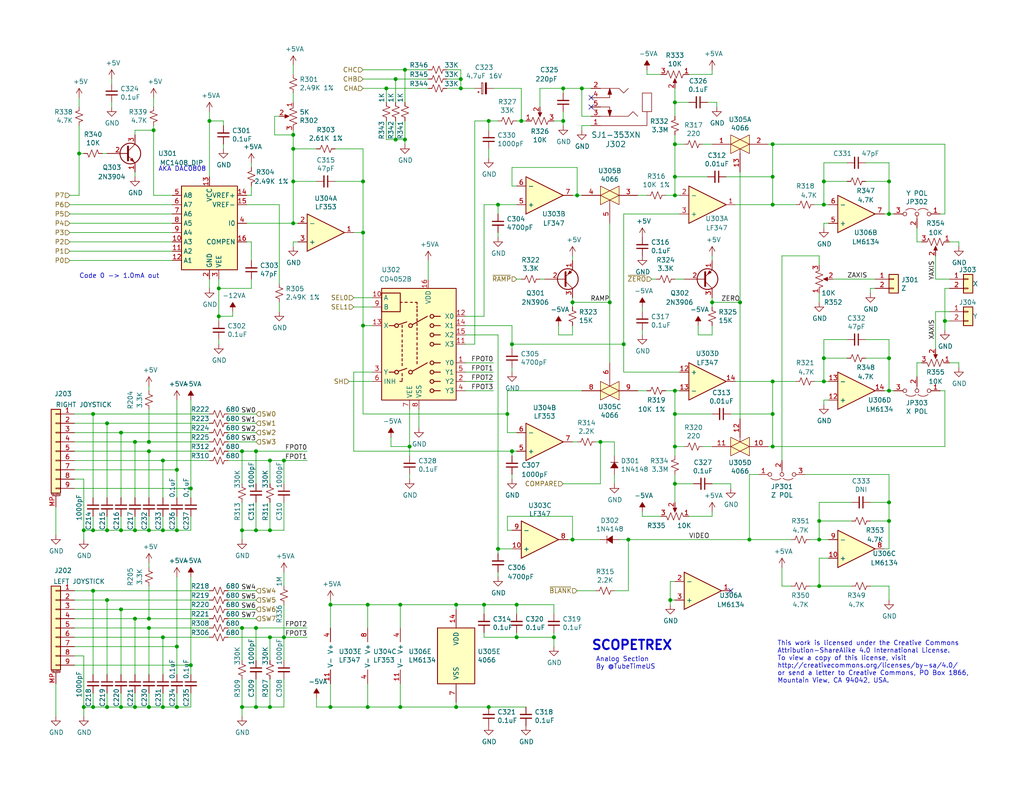
<source format=kicad_sch>
(kicad_sch (version 20211123) (generator eeschema)
  (paper "USLetter")
  (junction (at 40.64 123.19))
  (junction (at 124.46 193.04))
  (junction (at 125.73 21.59))
  (junction (at 25.4 161.29))
  (junction (at 184.15 27.94))
  (junction (at 29.21 115.57))
  (junction (at 29.21 144.78))
  (junction (at 133.35 193.04))
  (junction (at 210.82 39.37))
  (junction (at 73.66 173.99))
  (junction (at 66.04 144.78))
  (junction (at 48.26 128.27))
  (junction (at 110.49 38.1))
  (junction (at 44.45 173.99))
  (junction (at 100.33 193.04))
  (junction (at 57.15 33.02))
  (junction (at 77.47 173.99))
  (junction (at 242.57 97.79))
  (junction (at 109.22 165.1))
  (junction (at 257.81 87.63))
  (junction (at 73.66 144.78))
  (junction (at 156.21 82.55))
  (junction (at 29.21 193.04))
  (junction (at 242.57 58.42))
  (junction (at 69.85 123.19))
  (junction (at 90.17 165.1))
  (junction (at 33.02 166.37))
  (junction (at 139.7 93.98))
  (junction (at 242.57 137.16))
  (junction (at 52.07 133.35))
  (junction (at 21.59 41.91))
  (junction (at 170.18 93.98))
  (junction (at 224.79 49.53))
  (junction (at 182.88 163.83))
  (junction (at 153.67 24.13))
  (junction (at 140.97 173.99))
  (junction (at 36.83 193.04))
  (junction (at 242.57 49.53))
  (junction (at 73.66 193.04))
  (junction (at 36.83 168.91))
  (junction (at 135.89 55.88))
  (junction (at 184.15 121.92))
  (junction (at 105.41 24.13))
  (junction (at 223.52 147.32))
  (junction (at 44.45 144.78))
  (junction (at 151.13 173.99))
  (junction (at 99.06 63.5))
  (junction (at 40.64 120.65))
  (junction (at 111.76 121.92))
  (junction (at 44.45 193.04))
  (junction (at 157.48 53.34))
  (junction (at 184.15 106.68))
  (junction (at 110.49 19.05))
  (junction (at 140.97 165.1))
  (junction (at 184.15 113.03))
  (junction (at 125.73 24.13))
  (junction (at 22.86 144.78))
  (junction (at 59.69 86.36))
  (junction (at 99.06 49.53))
  (junction (at 29.21 163.83))
  (junction (at 36.83 144.78))
  (junction (at 138.43 113.03))
  (junction (at 184.15 132.08))
  (junction (at 139.7 123.19))
  (junction (at 210.82 121.92))
  (junction (at 36.83 120.65))
  (junction (at 77.47 125.73))
  (junction (at 171.45 147.32))
  (junction (at 25.4 193.04))
  (junction (at 124.46 165.1))
  (junction (at 69.85 144.78))
  (junction (at 69.85 193.04))
  (junction (at 224.79 97.79))
  (junction (at 48.26 144.78))
  (junction (at 204.47 147.32))
  (junction (at 210.82 48.26))
  (junction (at 33.02 118.11))
  (junction (at 158.75 24.13))
  (junction (at 201.93 82.55))
  (junction (at 99.06 88.9))
  (junction (at 184.15 39.37))
  (junction (at 223.52 160.02))
  (junction (at 223.52 142.24))
  (junction (at 40.64 193.04))
  (junction (at 242.57 142.24))
  (junction (at 107.95 21.59))
  (junction (at 48.26 193.04))
  (junction (at 59.69 78.74))
  (junction (at 73.66 125.73))
  (junction (at 66.04 123.19))
  (junction (at 156.21 147.32))
  (junction (at 66.04 171.45))
  (junction (at 52.07 181.61))
  (junction (at 80.01 36.83))
  (junction (at 133.35 33.02))
  (junction (at 41.91 35.56))
  (junction (at 184.15 53.34))
  (junction (at 80.01 60.96))
  (junction (at 142.24 33.02))
  (junction (at 224.79 55.88))
  (junction (at 132.08 165.1))
  (junction (at 25.4 144.78))
  (junction (at 224.79 104.14))
  (junction (at 33.02 193.04))
  (junction (at 194.31 82.55))
  (junction (at 107.95 38.1))
  (junction (at 40.64 144.78))
  (junction (at 40.64 171.45))
  (junction (at 44.45 125.73))
  (junction (at 69.85 171.45))
  (junction (at 40.64 168.91))
  (junction (at 100.33 165.1))
  (junction (at 210.82 113.03))
  (junction (at 210.82 104.14))
  (junction (at 66.04 193.04))
  (junction (at 90.17 193.04))
  (junction (at 25.4 113.03))
  (junction (at 153.67 33.02))
  (junction (at 163.83 120.65))
  (junction (at 22.86 193.04))
  (junction (at 33.02 144.78))
  (junction (at 109.22 193.04))
  (junction (at 166.37 82.55))
  (junction (at 80.01 49.53))
  (junction (at 135.89 149.86))
  (junction (at 184.15 48.26))
  (junction (at 48.26 176.53))
  (junction (at 210.82 55.88))
  (junction (at 80.01 40.64))
  (junction (at 242.57 106.68))
  (no_connect (at 161.29 26.67))
  (no_connect (at 161.29 29.21))
  (no_connect (at 199.39 161.29))
  (wire (pts (xy 59.69 86.36) (xy 63.5 86.36)))
  (wire (pts (xy 237.49 137.16) (xy 242.57 137.16)))
  (wire (pts (xy 15.24 186.69) (xy 15.24 195.58)))
  (wire (pts (xy 242.57 44.45) (xy 242.57 49.53)))
  (wire (pts (xy 40.64 140.97) (xy 40.64 144.78)))
  (wire (pts (xy 186.69 76.2) (xy 184.15 76.2)))
  (wire (pts (xy 194.31 39.37) (xy 191.77 39.37)))
  (wire (pts (xy 129.54 33.02) (xy 133.35 33.02)))
  (wire (pts (xy 166.37 82.55) (xy 166.37 99.06)))
  (wire (pts (xy 77.47 173.99) (xy 77.47 165.1)))
  (wire (pts (xy 151.13 172.72) (xy 151.13 173.99)))
  (wire (pts (xy 153.67 30.48) (xy 153.67 33.02)))
  (wire (pts (xy 101.6 83.82) (xy 96.52 83.82)))
  (wire (pts (xy 67.31 66.04) (xy 68.58 66.04)))
  (wire (pts (xy 99.06 88.9) (xy 99.06 63.5)))
  (wire (pts (xy 111.76 121.92) (xy 111.76 124.46)))
  (wire (pts (xy 127 99.06) (xy 134.62 99.06)))
  (wire (pts (xy 25.4 161.29) (xy 57.15 161.29)))
  (wire (pts (xy 210.82 113.03) (xy 210.82 104.14)))
  (wire (pts (xy 180.34 140.97) (xy 175.26 140.97)))
  (wire (pts (xy 81.28 60.96) (xy 80.01 60.96)))
  (wire (pts (xy 226.06 109.22) (xy 224.79 109.22)))
  (wire (pts (xy 20.32 176.53) (xy 48.26 176.53)))
  (wire (pts (xy 138.43 118.11) (xy 138.43 113.03)))
  (wire (pts (xy 250.19 99.06) (xy 250.19 102.87)))
  (wire (pts (xy 224.79 49.53) (xy 231.14 49.53)))
  (wire (pts (xy 80.01 36.83) (xy 80.01 40.64)))
  (wire (pts (xy 194.31 69.85) (xy 194.31 71.12)))
  (wire (pts (xy 135.89 156.21) (xy 135.89 157.48)))
  (wire (pts (xy 29.21 144.78) (xy 33.02 144.78)))
  (wire (pts (xy 132.08 172.72) (xy 132.08 173.99)))
  (wire (pts (xy 25.4 113.03) (xy 25.4 135.89)))
  (wire (pts (xy 48.26 176.53) (xy 48.26 157.48)))
  (wire (pts (xy 185.42 53.34) (xy 184.15 53.34)))
  (wire (pts (xy 59.69 86.36) (xy 59.69 87.63)))
  (wire (pts (xy 69.85 193.04) (xy 69.85 185.42)))
  (wire (pts (xy 69.85 123.19) (xy 66.04 123.19)))
  (wire (pts (xy 242.57 58.42) (xy 243.84 58.42)))
  (wire (pts (xy 20.32 161.29) (xy 25.4 161.29)))
  (wire (pts (xy 161.29 34.29) (xy 158.75 34.29)))
  (wire (pts (xy 20.32 173.99) (xy 44.45 173.99)))
  (wire (pts (xy 76.2 31.75) (xy 74.93 31.75)))
  (wire (pts (xy 44.45 173.99) (xy 57.15 173.99)))
  (wire (pts (xy 242.57 97.79) (xy 242.57 106.68)))
  (wire (pts (xy 22.86 195.58) (xy 22.86 193.04)))
  (wire (pts (xy 25.4 140.97) (xy 25.4 144.78)))
  (wire (pts (xy 66.04 193.04) (xy 66.04 195.58)))
  (wire (pts (xy 223.52 137.16) (xy 223.52 142.24)))
  (wire (pts (xy 36.83 46.99) (xy 36.83 48.26)))
  (wire (pts (xy 90.17 186.69) (xy 90.17 193.04)))
  (wire (pts (xy 194.31 88.9) (xy 194.31 91.44)))
  (wire (pts (xy 132.08 173.99) (xy 140.97 173.99)))
  (wire (pts (xy 217.17 104.14) (xy 210.82 104.14)))
  (wire (pts (xy 223.52 69.85) (xy 213.36 69.85)))
  (wire (pts (xy 73.66 185.42) (xy 73.66 193.04)))
  (wire (pts (xy 153.67 24.13) (xy 153.67 25.4)))
  (wire (pts (xy 139.7 100.33) (xy 139.7 101.6)))
  (wire (pts (xy 184.15 158.75) (xy 182.88 158.75)))
  (wire (pts (xy 167.64 161.29) (xy 171.45 161.29)))
  (wire (pts (xy 59.69 92.71) (xy 59.69 93.98)))
  (wire (pts (xy 66.04 171.45) (xy 66.04 180.34)))
  (wire (pts (xy 69.85 132.08) (xy 69.85 123.19)))
  (wire (pts (xy 29.21 189.23) (xy 29.21 193.04)))
  (wire (pts (xy 30.48 21.59) (xy 30.48 22.86)))
  (wire (pts (xy 44.45 125.73) (xy 57.15 125.73)))
  (wire (pts (xy 33.02 189.23) (xy 33.02 193.04)))
  (wire (pts (xy 140.97 118.11) (xy 138.43 118.11)))
  (wire (pts (xy 62.23 166.37) (xy 69.85 166.37)))
  (wire (pts (xy 109.22 165.1) (xy 124.46 165.1)))
  (wire (pts (xy 66.04 185.42) (xy 66.04 193.04)))
  (wire (pts (xy 52.07 144.78) (xy 52.07 140.97)))
  (wire (pts (xy 36.83 193.04) (xy 40.64 193.04)))
  (wire (pts (xy 147.32 24.13) (xy 153.67 24.13)))
  (wire (pts (xy 29.21 163.83) (xy 57.15 163.83)))
  (wire (pts (xy 62.23 120.65) (xy 69.85 120.65)))
  (wire (pts (xy 116.84 71.12) (xy 116.84 76.2)))
  (wire (pts (xy 156.21 82.55) (xy 166.37 82.55)))
  (wire (pts (xy 242.57 160.02) (xy 242.57 163.83)))
  (wire (pts (xy 40.64 135.89) (xy 40.64 123.19)))
  (wire (pts (xy 77.47 125.73) (xy 83.82 125.73)))
  (wire (pts (xy 52.07 193.04) (xy 52.07 189.23)))
  (wire (pts (xy 156.21 81.28) (xy 156.21 82.55)))
  (wire (pts (xy 259.08 87.63) (xy 257.81 87.63)))
  (wire (pts (xy 227.33 76.2) (xy 238.76 76.2)))
  (wire (pts (xy 133.35 33.02) (xy 135.89 33.02)))
  (wire (pts (xy 184.15 53.34) (xy 184.15 48.26)))
  (wire (pts (xy 176.53 106.68) (xy 173.99 106.68)))
  (wire (pts (xy 44.45 140.97) (xy 44.45 144.78)))
  (wire (pts (xy 15.24 138.43) (xy 15.24 146.05)))
  (wire (pts (xy 223.52 72.39) (xy 223.52 69.85)))
  (wire (pts (xy 76.2 82.55) (xy 76.2 85.09)))
  (wire (pts (xy 127 86.36) (xy 132.08 86.36)))
  (wire (pts (xy 80.01 35.56) (xy 80.01 36.83)))
  (wire (pts (xy 20.32 113.03) (xy 25.4 113.03)))
  (wire (pts (xy 62.23 115.57) (xy 69.85 115.57)))
  (wire (pts (xy 69.85 193.04) (xy 73.66 193.04)))
  (wire (pts (xy 110.49 38.1) (xy 110.49 33.02)))
  (wire (pts (xy 36.83 35.56) (xy 41.91 35.56)))
  (wire (pts (xy 171.45 161.29) (xy 171.45 147.32)))
  (wire (pts (xy 62.23 171.45) (xy 66.04 171.45)))
  (wire (pts (xy 73.66 173.99) (xy 77.47 173.99)))
  (wire (pts (xy 210.82 48.26) (xy 198.12 48.26)))
  (wire (pts (xy 90.17 165.1) (xy 100.33 165.1)))
  (wire (pts (xy 132.08 165.1) (xy 132.08 167.64)))
  (wire (pts (xy 29.21 115.57) (xy 29.21 135.89)))
  (wire (pts (xy 231.14 97.79) (xy 224.79 97.79)))
  (wire (pts (xy 29.21 140.97) (xy 29.21 144.78)))
  (wire (pts (xy 194.31 140.97) (xy 194.31 139.7)))
  (wire (pts (xy 20.32 130.81) (xy 22.86 130.81)))
  (wire (pts (xy 44.45 193.04) (xy 48.26 193.04)))
  (wire (pts (xy 77.47 137.16) (xy 77.47 144.78)))
  (wire (pts (xy 48.26 140.97) (xy 48.26 144.78)))
  (wire (pts (xy 105.41 24.13) (xy 99.06 24.13)))
  (wire (pts (xy 125.73 21.59) (xy 125.73 24.13)))
  (wire (pts (xy 133.35 40.64) (xy 133.35 43.18)))
  (wire (pts (xy 132.08 55.88) (xy 135.89 55.88)))
  (wire (pts (xy 25.4 161.29) (xy 25.4 184.15)))
  (wire (pts (xy 170.18 58.42) (xy 170.18 93.98)))
  (wire (pts (xy 44.45 144.78) (xy 48.26 144.78)))
  (wire (pts (xy 142.24 24.13) (xy 134.62 24.13)))
  (wire (pts (xy 139.7 50.8) (xy 140.97 50.8)))
  (wire (pts (xy 77.47 173.99) (xy 77.47 180.34)))
  (wire (pts (xy 140.97 173.99) (xy 151.13 173.99)))
  (wire (pts (xy 184.15 132.08) (xy 189.23 132.08)))
  (wire (pts (xy 46.99 63.5) (xy 19.05 63.5)))
  (wire (pts (xy 80.01 27.94) (xy 80.01 25.4)))
  (wire (pts (xy 33.02 135.89) (xy 33.02 118.11)))
  (wire (pts (xy 41.91 53.34) (xy 41.91 35.56)))
  (wire (pts (xy 156.21 82.55) (xy 156.21 83.82)))
  (wire (pts (xy 46.99 68.58) (xy 19.05 68.58)))
  (wire (pts (xy 176.53 20.32) (xy 176.53 19.05)))
  (wire (pts (xy 116.84 24.13) (xy 105.41 24.13)))
  (wire (pts (xy 30.48 27.94) (xy 30.48 29.21)))
  (wire (pts (xy 184.15 53.34) (xy 181.61 53.34)))
  (wire (pts (xy 259.08 99.06) (xy 261.62 99.06)))
  (wire (pts (xy 100.33 193.04) (xy 109.22 193.04)))
  (wire (pts (xy 80.01 60.96) (xy 67.31 60.96)))
  (wire (pts (xy 210.82 113.03) (xy 210.82 121.92)))
  (wire (pts (xy 25.4 193.04) (xy 22.86 193.04)))
  (wire (pts (xy 90.17 193.04) (xy 100.33 193.04)))
  (wire (pts (xy 158.75 53.34) (xy 157.48 53.34)))
  (wire (pts (xy 184.15 36.83) (xy 184.15 39.37)))
  (wire (pts (xy 76.2 55.88) (xy 76.2 77.47)))
  (wire (pts (xy 73.66 144.78) (xy 69.85 144.78)))
  (wire (pts (xy 29.21 115.57) (xy 57.15 115.57)))
  (wire (pts (xy 110.49 19.05) (xy 116.84 19.05)))
  (wire (pts (xy 33.02 144.78) (xy 36.83 144.78)))
  (wire (pts (xy 52.07 135.89) (xy 52.07 133.35)))
  (wire (pts (xy 62.23 118.11) (xy 69.85 118.11)))
  (wire (pts (xy 68.58 78.74) (xy 59.69 78.74)))
  (wire (pts (xy 251.46 66.04) (xy 250.19 66.04)))
  (wire (pts (xy 57.15 33.02) (xy 60.96 33.02)))
  (wire (pts (xy 138.43 140.97) (xy 156.21 140.97)))
  (wire (pts (xy 59.69 76.2) (xy 59.69 78.74)))
  (wire (pts (xy 184.15 121.92) (xy 184.15 124.46)))
  (wire (pts (xy 255.27 76.2) (xy 259.08 76.2)))
  (wire (pts (xy 40.64 144.78) (xy 44.45 144.78)))
  (wire (pts (xy 237.49 160.02) (xy 242.57 160.02)))
  (wire (pts (xy 201.93 82.55) (xy 201.93 114.3)))
  (wire (pts (xy 22.86 130.81) (xy 22.86 144.78)))
  (wire (pts (xy 222.25 104.14) (xy 224.79 104.14)))
  (wire (pts (xy 52.07 184.15) (xy 52.07 181.61)))
  (wire (pts (xy 257.81 87.63) (xy 257.81 90.17)))
  (wire (pts (xy 133.35 193.04) (xy 143.51 193.04)))
  (wire (pts (xy 40.64 154.94) (xy 40.64 153.67)))
  (wire (pts (xy 36.83 184.15) (xy 36.83 168.91)))
  (wire (pts (xy 242.57 137.16) (xy 242.57 142.24)))
  (wire (pts (xy 170.18 101.6) (xy 185.42 101.6)))
  (wire (pts (xy 91.44 40.64) (xy 99.06 40.64)))
  (wire (pts (xy 106.68 119.38) (xy 106.68 121.92)))
  (wire (pts (xy 33.02 184.15) (xy 33.02 166.37)))
  (wire (pts (xy 107.95 27.94) (xy 107.95 21.59)))
  (wire (pts (xy 109.22 186.69) (xy 109.22 193.04)))
  (wire (pts (xy 90.17 165.1) (xy 90.17 163.83)))
  (wire (pts (xy 151.13 165.1) (xy 151.13 167.64)))
  (wire (pts (xy 67.31 53.34) (xy 68.58 53.34)))
  (wire (pts (xy 77.47 173.99) (xy 83.82 173.99)))
  (wire (pts (xy 77.47 185.42) (xy 77.47 193.04)))
  (wire (pts (xy 20.32 118.11) (xy 33.02 118.11)))
  (wire (pts (xy 66.04 144.78) (xy 66.04 147.32)))
  (wire (pts (xy 135.89 91.44) (xy 135.89 149.86)))
  (wire (pts (xy 190.5 88.9) (xy 190.5 91.44)))
  (wire (pts (xy 147.32 29.21) (xy 147.32 24.13)))
  (wire (pts (xy 138.43 113.03) (xy 99.06 113.03)))
  (wire (pts (xy 184.15 113.03) (xy 184.15 121.92)))
  (wire (pts (xy 201.93 46.99) (xy 201.93 82.55)))
  (wire (pts (xy 62.23 168.91) (xy 69.85 168.91)))
  (wire (pts (xy 101.6 101.6) (xy 96.52 101.6)))
  (wire (pts (xy 184.15 121.92) (xy 186.69 121.92)))
  (wire (pts (xy 182.88 163.83) (xy 182.88 165.1)))
  (wire (pts (xy 152.4 91.44) (xy 156.21 91.44)))
  (wire (pts (xy 19.05 66.04) (xy 46.99 66.04)))
  (wire (pts (xy 224.79 104.14) (xy 226.06 104.14)))
  (wire (pts (xy 194.31 82.55) (xy 201.93 82.55)))
  (wire (pts (xy 261.62 66.04) (xy 261.62 67.31)))
  (wire (pts (xy 69.85 144.78) (xy 69.85 137.16)))
  (wire (pts (xy 132.08 165.1) (xy 140.97 165.1)))
  (wire (pts (xy 46.99 58.42) (xy 19.05 58.42)))
  (wire (pts (xy 157.48 53.34) (xy 156.21 53.34)))
  (wire (pts (xy 156.21 140.97) (xy 156.21 147.32)))
  (wire (pts (xy 74.93 31.75) (xy 74.93 36.83)))
  (wire (pts (xy 176.53 53.34) (xy 173.99 53.34)))
  (wire (pts (xy 158.75 24.13) (xy 161.29 24.13)))
  (wire (pts (xy 66.04 193.04) (xy 69.85 193.04)))
  (wire (pts (xy 62.23 123.19) (xy 66.04 123.19)))
  (wire (pts (xy 100.33 165.1) (xy 109.22 165.1)))
  (wire (pts (xy 138.43 144.78) (xy 138.43 140.97)))
  (wire (pts (xy 69.85 171.45) (xy 83.82 171.45)))
  (wire (pts (xy 20.32 166.37) (xy 33.02 166.37)))
  (wire (pts (xy 200.66 104.14) (xy 210.82 104.14)))
  (wire (pts (xy 36.83 144.78) (xy 40.64 144.78)))
  (wire (pts (xy 86.36 40.64) (xy 80.01 40.64)))
  (wire (pts (xy 226.06 60.96) (xy 224.79 60.96)))
  (wire (pts (xy 238.76 78.74) (xy 237.49 78.74)))
  (wire (pts (xy 241.3 58.42) (xy 242.57 58.42)))
  (wire (pts (xy 27.94 41.91) (xy 29.21 41.91)))
  (wire (pts (xy 114.3 111.76) (xy 114.3 116.84)))
  (wire (pts (xy 48.26 128.27) (xy 48.26 135.89)))
  (wire (pts (xy 175.26 140.97) (xy 175.26 139.7)))
  (wire (pts (xy 200.66 55.88) (xy 210.82 55.88)))
  (wire (pts (xy 36.83 135.89) (xy 36.83 120.65)))
  (wire (pts (xy 40.64 123.19) (xy 57.15 123.19)))
  (wire (pts (xy 157.48 45.72) (xy 139.7 45.72)))
  (wire (pts (xy 242.57 129.54) (xy 242.57 137.16)))
  (wire (pts (xy 99.06 49.53) (xy 99.06 63.5)))
  (wire (pts (xy 20.32 125.73) (xy 44.45 125.73)))
  (wire (pts (xy 242.57 142.24) (xy 237.49 142.24)))
  (wire (pts (xy 40.64 184.15) (xy 40.64 171.45)))
  (wire (pts (xy 90.17 193.04) (xy 86.36 193.04)))
  (wire (pts (xy 22.86 147.32) (xy 22.86 144.78)))
  (wire (pts (xy 109.22 171.45) (xy 109.22 165.1)))
  (wire (pts (xy 163.83 120.65) (xy 163.83 132.08)))
  (wire (pts (xy 209.55 39.37) (xy 210.82 39.37)))
  (wire (pts (xy 242.57 58.42) (xy 242.57 49.53)))
  (wire (pts (xy 199.39 132.08) (xy 199.39 133.35)))
  (wire (pts (xy 20.32 133.35) (xy 52.07 133.35)))
  (wire (pts (xy 153.67 24.13) (xy 158.75 24.13)))
  (wire (pts (xy 215.9 160.02) (xy 213.36 160.02)))
  (wire (pts (xy 33.02 166.37) (xy 57.15 166.37)))
  (wire (pts (xy 40.64 193.04) (xy 44.45 193.04)))
  (wire (pts (xy 242.57 106.68) (xy 241.3 106.68)))
  (wire (pts (xy 29.21 193.04) (xy 33.02 193.04)))
  (wire (pts (xy 36.83 140.97) (xy 36.83 144.78)))
  (wire (pts (xy 25.4 189.23) (xy 25.4 193.04)))
  (wire (pts (xy 242.57 49.53) (xy 236.22 49.53)))
  (wire (pts (xy 48.26 128.27) (xy 48.26 109.22)))
  (wire (pts (xy 142.24 33.02) (xy 140.97 33.02)))
  (wire (pts (xy 151.13 33.02) (xy 153.67 33.02)))
  (wire (pts (xy 140.97 55.88) (xy 135.89 55.88)))
  (wire (pts (xy 257.81 58.42) (xy 257.81 39.37)))
  (wire (pts (xy 180.34 20.32) (xy 176.53 20.32)))
  (wire (pts (xy 185.42 106.68) (xy 184.15 106.68)))
  (wire (pts (xy 133.35 33.02) (xy 133.35 35.56)))
  (wire (pts (xy 101.6 81.28) (xy 96.52 81.28)))
  (wire (pts (xy 139.7 129.54) (xy 139.7 130.81)))
  (wire (pts (xy 127 93.98) (xy 129.54 93.98)))
  (wire (pts (xy 213.36 69.85) (xy 213.36 125.73)))
  (wire (pts (xy 101.6 104.14) (xy 95.25 104.14)))
  (wire (pts (xy 127 88.9) (xy 139.7 88.9)))
  (wire (pts (xy 143.51 33.02) (xy 142.24 33.02)))
  (wire (pts (xy 237.49 78.74) (xy 237.49 80.01)))
  (wire (pts (xy 153.67 33.02) (xy 153.67 34.29)))
  (wire (pts (xy 251.46 99.06) (xy 250.19 99.06)))
  (wire (pts (xy 166.37 60.96) (xy 166.37 82.55)))
  (wire (pts (xy 41.91 26.67) (xy 41.91 29.21)))
  (wire (pts (xy 40.64 111.76) (xy 40.64 120.65)))
  (wire (pts (xy 25.4 144.78) (xy 29.21 144.78)))
  (wire (pts (xy 243.84 106.68) (xy 242.57 106.68)))
  (wire (pts (xy 184.15 113.03) (xy 194.31 113.03)))
  (wire (pts (xy 124.46 165.1) (xy 132.08 165.1)))
  (wire (pts (xy 44.45 184.15) (xy 44.45 173.99)))
  (wire (pts (xy 127 101.6) (xy 134.62 101.6)))
  (wire (pts (xy 193.04 27.94) (xy 195.58 27.94)))
  (wire (pts (xy 259.08 78.74) (xy 257.81 78.74)))
  (wire (pts (xy 186.69 39.37) (xy 184.15 39.37)))
  (wire (pts (xy 223.52 147.32) (xy 226.06 147.32)))
  (wire (pts (xy 162.56 161.29) (xy 157.48 161.29)))
  (wire (pts (xy 68.58 66.04) (xy 68.58 71.12)))
  (wire (pts (xy 86.36 193.04) (xy 86.36 190.5)))
  (wire (pts (xy 36.83 36.83) (xy 36.83 35.56)))
  (wire (pts (xy 57.15 48.26) (xy 57.15 33.02)))
  (wire (pts (xy 140.97 165.1) (xy 140.97 167.64)))
  (wire (pts (xy 223.52 147.32) (xy 223.52 142.24)))
  (wire (pts (xy 187.96 20.32) (xy 194.31 20.32)))
  (wire (pts (xy 224.79 44.45) (xy 224.79 49.53)))
  (wire (pts (xy 156.21 120.65) (xy 157.48 120.65)))
  (wire (pts (xy 194.31 82.55) (xy 194.31 83.82)))
  (wire (pts (xy 184.15 106.68) (xy 181.61 106.68)))
  (wire (pts (xy 127 104.14) (xy 134.62 104.14)))
  (wire (pts (xy 59.69 78.74) (xy 59.69 86.36)))
  (wire (pts (xy 135.89 63.5) (xy 135.89 64.77)))
  (wire (pts (xy 162.56 120.65) (xy 163.83 120.65)))
  (wire (pts (xy 110.49 38.1) (xy 110.49 39.37)))
  (wire (pts (xy 140.97 172.72) (xy 140.97 173.99)))
  (wire (pts (xy 255.27 76.2) (xy 255.27 69.85)))
  (wire (pts (xy 151.13 173.99) (xy 151.13 176.53)))
  (wire (pts (xy 105.41 33.02) (xy 105.41 38.1)))
  (wire (pts (xy 140.97 165.1) (xy 151.13 165.1)))
  (wire (pts (xy 236.22 44.45) (xy 242.57 44.45)))
  (wire (pts (xy 152.4 88.9) (xy 152.4 91.44)))
  (wire (pts (xy 139.7 45.72) (xy 139.7 50.8)))
  (wire (pts (xy 232.41 137.16) (xy 223.52 137.16)))
  (wire (pts (xy 179.07 76.2) (xy 177.8 76.2)))
  (wire (pts (xy 242.57 92.71) (xy 236.22 92.71)))
  (wire (pts (xy 184.15 132.08) (xy 184.15 137.16)))
  (wire (pts (xy 86.36 49.53) (xy 80.01 49.53)))
  (wire (pts (xy 80.01 66.04) (xy 80.01 67.31)))
  (wire (pts (xy 175.26 85.09) (xy 175.26 83.82)))
  (wire (pts (xy 156.21 69.85) (xy 156.21 71.12)))
  (wire (pts (xy 25.4 193.04) (xy 29.21 193.04)))
  (wire (pts (xy 57.15 33.02) (xy 57.15 30.48)))
  (wire (pts (xy 224.79 55.88) (xy 224.79 49.53)))
  (wire (pts (xy 210.82 39.37) (xy 210.82 48.26)))
  (wire (pts (xy 157.48 53.34) (xy 157.48 45.72)))
  (wire (pts (xy 207.01 129.54) (xy 204.47 129.54)))
  (wire (pts (xy 107.95 38.1) (xy 107.95 33.02)))
  (wire (pts (xy 36.83 168.91) (xy 40.64 168.91)))
  (wire (pts (xy 158.75 34.29) (xy 158.75 35.56)))
  (wire (pts (xy 132.08 86.36) (xy 132.08 55.88)))
  (wire (pts (xy 142.24 33.02) (xy 142.24 24.13)))
  (wire (pts (xy 20.32 163.83) (xy 29.21 163.83)))
  (wire (pts (xy 107.95 38.1) (xy 110.49 38.1)))
  (wire (pts (xy 241.3 149.86) (xy 242.57 149.86)))
  (wire (pts (xy 170.18 93.98) (xy 170.18 101.6)))
  (wire (pts (xy 40.64 189.23) (xy 40.64 193.04)))
  (wire (pts (xy 124.46 165.1) (xy 124.46 166.37)))
  (wire (pts (xy 44.45 135.89) (xy 44.45 125.73)))
  (wire (pts (xy 69.85 180.34) (xy 69.85 171.45)))
  (wire (pts (xy 184.15 24.13) (xy 184.15 27.94)))
  (wire (pts (xy 62.23 173.99) (xy 73.66 173.99)))
  (wire (pts (xy 187.96 140.97) (xy 194.31 140.97)))
  (wire (pts (xy 40.64 168.91) (xy 57.15 168.91)))
  (wire (pts (xy 46.99 55.88) (xy 19.05 55.88)))
  (wire (pts (xy 33.02 193.04) (xy 36.83 193.04)))
  (wire (pts (xy 52.07 133.35) (xy 52.07 109.22)))
  (wire (pts (xy 224.79 92.71) (xy 224.79 97.79)))
  (wire (pts (xy 73.66 125.73) (xy 77.47 125.73)))
  (wire (pts (xy 224.79 109.22) (xy 224.79 110.49)))
  (wire (pts (xy 68.58 44.45) (xy 68.58 45.72)))
  (wire (pts (xy 255.27 95.25) (xy 255.27 85.09)))
  (wire (pts (xy 257.81 78.74) (xy 257.81 87.63)))
  (wire (pts (xy 62.23 113.03) (xy 69.85 113.03)))
  (wire (pts (xy 223.52 160.02) (xy 232.41 160.02)))
  (wire (pts (xy 135.89 58.42) (xy 135.89 55.88)))
  (wire (pts (xy 48.26 144.78) (xy 52.07 144.78)))
  (wire (pts (xy 184.15 39.37) (xy 184.15 48.26)))
  (wire (pts (xy 66.04 123.19) (xy 66.04 132.08)))
  (wire (pts (xy 67.31 55.88) (xy 76.2 55.88)))
  (wire (pts (xy 204.47 147.32) (xy 215.9 147.32)))
  (wire (pts (xy 20.32 120.65) (xy 36.83 120.65)))
  (wire (pts (xy 210.82 55.88) (xy 210.82 48.26)))
  (wire (pts (xy 148.59 76.2) (xy 147.32 76.2)))
  (wire (pts (xy 182.88 158.75) (xy 182.88 163.83)))
  (wire (pts (xy 220.98 147.32) (xy 223.52 147.32)))
  (wire (pts (xy 77.47 144.78) (xy 73.66 144.78)))
  (wire (pts (xy 99.06 40.64) (xy 99.06 49.53)))
  (wire (pts (xy 36.83 120.65) (xy 40.64 120.65)))
  (wire (pts (xy 20.32 115.57) (xy 29.21 115.57)))
  (wire (pts (xy 175.26 90.17) (xy 175.26 91.44)))
  (wire (pts (xy 161.29 31.75) (xy 158.75 31.75)))
  (wire (pts (xy 167.64 120.65) (xy 167.64 124.46)))
  (wire (pts (xy 223.52 152.4) (xy 223.52 160.02)))
  (wire (pts (xy 96.52 101.6) (xy 96.52 123.19)))
  (wire (pts (xy 142.24 76.2) (xy 140.97 76.2)))
  (wire (pts (xy 99.06 113.03) (xy 99.06 88.9)))
  (wire (pts (xy 80.01 49.53) (xy 80.01 60.96)))
  (wire (pts (xy 224.79 55.88) (xy 226.06 55.88)))
  (wire (pts (xy 163.83 132.08) (xy 153.67 132.08)))
  (wire (pts (xy 139.7 88.9) (xy 139.7 93.98)))
  (wire (pts (xy 105.41 24.13) (xy 105.41 27.94)))
  (wire (pts (xy 139.7 144.78) (xy 138.43 144.78)))
  (wire (pts (xy 36.83 189.23) (xy 36.83 193.04)))
  (wire (pts (xy 124.46 193.04) (xy 133.35 193.04)))
  (wire (pts (xy 231.14 92.71) (xy 224.79 92.71)))
  (wire (pts (xy 156.21 147.32) (xy 163.83 147.32)))
  (wire (pts (xy 223.52 142.24) (xy 232.41 142.24)))
  (wire (pts (xy 19.05 60.96) (xy 46.99 60.96)))
  (wire (pts (xy 171.45 147.32) (xy 204.47 147.32)))
  (wire (pts (xy 110.49 19.05) (xy 99.06 19.05)))
  (wire (pts (xy 20.32 181.61) (xy 52.07 181.61)))
  (wire (pts (xy 219.71 129.54) (xy 242.57 129.54)))
  (wire (pts (xy 33.02 118.11) (xy 57.15 118.11)))
  (wire (pts (xy 80.01 40.64) (xy 80.01 49.53)))
  (wire (pts (xy 57.15 171.45) (xy 40.64 171.45)))
  (wire (pts (xy 60.96 33.02) (xy 60.96 34.29)))
  (wire (pts (xy 90.17 171.45) (xy 90.17 165.1)))
  (wire (pts (xy 29.21 163.83) (xy 29.21 184.15)))
  (wire (pts (xy 139.7 149.86) (xy 135.89 149.86)))
  (wire (pts (xy 139.7 93.98) (xy 170.18 93.98)))
  (wire (pts (xy 40.64 106.68) (xy 40.64 105.41)))
  (wire (pts (xy 96.52 123.19) (xy 139.7 123.19)))
  (wire (pts (xy 255.27 85.09) (xy 259.08 85.09)))
  (wire (pts (xy 81.28 66.04) (xy 80.01 66.04)))
  (wire (pts (xy 167.64 129.54) (xy 167.64 132.08)))
  (wire (pts (xy 105.41 38.1) (xy 107.95 38.1)))
  (wire (pts (xy 121.92 24.13) (xy 125.73 24.13)))
  (wire (pts (xy 68.58 76.2) (xy 68.58 78.74)))
  (wire (pts (xy 20.32 128.27) (xy 48.26 128.27)))
  (wire (pts (xy 223.52 160.02) (xy 220.98 160.02)))
  (wire (pts (xy 57.15 76.2) (xy 57.15 78.74)))
  (wire (pts (xy 48.26 176.53) (xy 48.26 184.15)))
  (wire (pts (xy 222.25 55.88) (xy 224.79 55.88)))
  (wire (pts (xy 226.06 152.4) (xy 223.52 152.4)))
  (wire (pts (xy 109.22 193.04) (xy 124.46 193.04)))
  (wire (pts (xy 194.31 81.28) (xy 194.31 82.55)))
  (wire (pts (xy 156.21 147.32) (xy 154.94 147.32)))
  (wire (pts (xy 62.23 161.29) (xy 69.85 161.29)))
  (wire (pts (xy 19.05 53.34) (xy 21.59 53.34)))
  (wire (pts (xy 80.01 17.78) (xy 80.01 20.32)))
  (wire (pts (xy 138.43 106.68) (xy 138.43 113.03)))
  (wire (pts (xy 127 106.68) (xy 134.62 106.68)))
  (wire (pts (xy 44.45 189.23) (xy 44.45 193.04)))
  (wire (pts (xy 257.81 106.68) (xy 257.81 121.92)))
  (wire (pts (xy 33.02 140.97) (xy 33.02 144.78)))
  (wire (pts (xy 250.19 66.04) (xy 250.19 62.23)))
  (wire (pts (xy 107.95 21.59) (xy 116.84 21.59)))
  (wire (pts (xy 242.57 149.86) (xy 242.57 142.24)))
  (wire (pts (xy 100.33 171.45) (xy 100.33 165.1)))
  (wire (pts (xy 41.91 35.56) (xy 41.91 34.29)))
  (wire (pts (xy 22.86 41.91) (xy 21.59 41.91)))
  (wire (pts (xy 73.66 137.16) (xy 73.66 144.78)))
  (wire (pts (xy 158.75 106.68) (xy 138.43 106.68)))
  (wire (pts (xy 242.57 97.79) (xy 242.57 92.71)))
  (wire (pts (xy 66.04 144.78) (xy 69.85 144.78)))
  (wire (pts (xy 163.83 120.65) (xy 167.64 120.65)))
  (wire (pts (xy 224.79 97.79) (xy 224.79 104.14)))
  (wire (pts (xy 194.31 121.92) (xy 191.77 121.92)))
  (wire (pts (xy 257.81 39.37) (xy 210.82 39.37)))
  (wire (pts (xy 158.75 31.75) (xy 158.75 24.13)))
  (wire (pts (xy 22.86 179.07) (xy 22.86 193.04)))
  (wire (pts (xy 20.32 171.45) (xy 40.64 171.45)))
  (wire (pts (xy 190.5 91.44) (xy 194.31 91.44)))
  (wire (pts (xy 77.47 156.21) (xy 77.47 160.02)))
  (wire (pts (xy 140.97 123.19) (xy 139.7 123.19)))
  (wire (pts (xy 156.21 88.9) (xy 156.21 91.44)))
  (wire (pts (xy 25.4 144.78) (xy 22.86 144.78)))
  (wire (pts (xy 20.32 179.07) (xy 22.86 179.07)))
  (wire (pts (xy 99.06 63.5) (xy 96.52 63.5)))
  (wire (pts (xy 125.73 19.05) (xy 125.73 21.59)))
  (wire (pts (xy 107.95 21.59) (xy 99.06 21.59)))
  (wire (pts (xy 129.54 93.98) (xy 129.54 33.02)))
  (wire (pts (xy 62.23 163.83) (xy 69.85 163.83)))
  (wire (pts (xy 62.23 125.73) (xy 73.66 125.73)))
  (wire (pts (xy 111.76 111.76) (xy 111.76 121.92)))
  (wire (pts (xy 48.26 189.23) (xy 48.26 193.04)))
  (wire (pts (xy 73.66 132.08) (xy 73.66 125.73)))
  (wire (pts (xy 21.59 26.67) (xy 21.59 29.21)))
  (wire (pts (xy 256.54 58.42) (xy 257.81 58.42)))
  (wire (pts (xy 184.15 106.68) (xy 184.15 113.03)))
  (wire (pts (xy 199.39 113.03) (xy 210.82 113.03)))
  (wire (pts (xy 110.49 27.94) (xy 110.49 19.05)))
  (wire (pts (xy 184.15 48.26) (xy 193.04 48.26)))
  (wire (pts (xy 68.58 53.34) (xy 68.58 50.8)))
  (wire (pts (xy 231.14 44.45) (xy 224.79 44.45)))
  (wire (pts (xy 46.99 53.34) (xy 41.91 53.34)))
  (wire (pts (xy 139.7 123.19) (xy 139.7 124.46)))
  (wire (pts (xy 135.89 149.86) (xy 135.89 151.13)))
  (wire (pts (xy 40.64 160.02) (xy 40.64 168.91)))
  (wire (pts (xy 129.54 24.13) (xy 125.73 24.13)))
  (wire (pts (xy 121.92 19.05) (xy 125.73 19.05)))
  (wire (pts (xy 21.59 53.34) (xy 21.59 41.91)))
  (wire (pts (xy 48.26 193.04) (xy 52.07 193.04)))
  (wire (pts (xy 236.22 97.79) (xy 242.57 97.79)))
  (wire (pts (xy 121.92 21.59) (xy 125.73 21.59)))
  (wire (pts (xy 127 91.44) (xy 135.89 91.44)))
  (wire (pts (xy 204.47 129.54) (xy 204.47 147.32)))
  (wire (pts (xy 195.58 27.94) (xy 195.58 29.21)))
  (wire (pts (xy 184.15 31.75) (xy 184.15 27.94)))
  (wire (pts (xy 20.32 123.19) (xy 40.64 123.19)))
  (wire (pts (xy 25.4 113.03) (xy 57.15 113.03)))
  (wire (pts (xy 210.82 55.88) (xy 217.17 55.88)))
  (wire (pts (xy 223.52 80.01) (xy 223.52 82.55)))
  (wire (pts (xy 224.79 60.96) (xy 224.79 62.23)))
  (wire (pts (xy 184.15 27.94) (xy 187.96 27.94)))
  (wire (pts (xy 194.31 20.32) (xy 194.31 19.05)))
  (wire (pts (xy 259.08 66.04) (xy 261.62 66.04)))
  (wire (pts (xy 111.76 129.54) (xy 111.76 130.81)))
  (wire (pts (xy 124.46 191.77) (xy 124.46 193.04)))
  (wire (pts (xy 73.66 193.04) (xy 77.47 193.04)))
  (wire (pts (xy 168.91 147.32) (xy 171.45 147.32)))
  (wire (pts (xy 73.66 180.34) (xy 73.66 173.99)))
  (wire (pts (xy 194.31 132.08) (xy 199.39 132.08)))
  (wire (pts (xy 60.96 39.37) (xy 60.96 40.64)))
  (wire (pts (xy 106.68 121.92) (xy 111.76 121.92)))
  (wire (pts (xy 213.36 160.02) (xy 213.36 154.94)))
  (wire (pts (xy 182.88 163.83) (xy 184.15 163.83)))
  (wire (pts (xy 74.93 36.83) (xy 80.01 36.83)))
  (wire (pts (xy 20.32 168.91) (xy 36.83 168.91)))
  (wire (pts (xy 256.54 106.68) (xy 257.81 106.68)))
  (wire (pts (xy 19.05 71.12) (xy 46.99 71.12)))
  (wire (pts (xy 40.64 120.65) (xy 57.15 120.65)))
  (wire (pts (xy 63.5 86.36) (xy 63.5 85.09)))
  (wire (pts (xy 52.07 181.61) (xy 52.07 157.48)))
  (wire (pts (xy 139.7 93.98) (xy 139.7 95.25)))
  (wire (pts (xy 184.15 129.54) (xy 184.15 132.08)))
  (wire (pts (xy 210.82 121.92) (xy 209.55 121.92)))
  (wire (pts (xy 77.47 125.73) (xy 77.47 132.08)))
  (wire (pts (xy 99.06 88.9) (xy 101.6 88.9)))
  (wire (pts (xy 69.85 123.19) (xy 83.82 123.19)))
  (wire (pts (xy 69.85 171.45) (xy 66.04 171.45)))
  (wire (pts (xy 21.59 41.91) (xy 21.59 34.29)))
  (wire (pts (xy 257.81 121.92) (xy 210.82 121.92)))
  (wire (pts (xy 261.62 99.06) (xy 261.62 100.33)))
  (wire (pts (xy 100.33 186.69) (xy 100.33 193.04)))
  (wire (pts (xy 66.04 137.16) (xy 66.04 144.78)))
  (wire (pts (xy 91.44 49.53) (xy 99.06 49.53)))
  (wire (pts (xy 185.42 58.42) (xy 170.18 58.42)))
  (text "Analog Section\nBy @TubeTimeUS" (at 162.56 182.88 0) (effects (font (size 1.27 1.27)) (justify left bottom)))
  (text "AKA DAC0808" (at 43.18 46.99 0) (effects (font (size 1.27 1.27)) (justify left bottom)))
  (text "Code 0 -> 1.0mA out" (at 21.59 76.2 0) (effects (font (size 1.27 1.27)) (justify left bottom)))
  (text "SCOPETREX" (at 161.29 177.8 0) (effects (font (size 2.54 2.54) (thickness 0.508) bold) (justify left bottom)))
  (text "This work is licensed under the Creative Commons\nAttribution-ShareAlike 4.0 International License.\nTo view a copy of this license, visit \nhttp://creativecommons.org/licenses/by-sa/4.0/\nor send a letter to Creative Commons, PO Box 1866,\nMountain View, CA 94042, USA." (at 212.09 186.69 0) (effects (font (size 1.27 1.27)) (justify left bottom)))
  (label "SW0" (at 69.85 113.03 180))
  (label "FPOT0" (at 83.82 123.19 180))
  (label "SW2" (at 69.85 118.11 180))
  (label "FPOT1" (at 134.62 101.6 180))
  (label "YAXIS" (at 255.27 71.12 270))
  (label "RAMP" (at 166.37 82.55 180))
  (label "FPOT0" (at 134.62 99.06 180))
  (label "SW7" (at 69.85 168.91 180))
  (label "FPOT3" (at 83.82 173.99 180))
  (label "ZERO" (at 201.93 82.55 180))
  (label "XAXIS" (at 255.27 92.71 90))
  (label "SW1" (at 69.85 115.57 180))
  (label "FPOT2" (at 83.82 171.45 180))
  (label "SW4" (at 69.85 161.29 180))
  (label "FPOT3" (at 134.62 106.68 180))
  (label "SW5" (at 69.85 163.83 180))
  (label "SW3" (at 69.85 120.65 180))
  (label "FPOT2" (at 134.62 104.14 180))
  (label "VIDEO" (at 187.96 147.32 0))
  (label "SW6" (at 69.85 166.37 180))
  (label "ZAXIS" (at 231.14 76.2 0))
  (label "FPOT1" (at 83.82 125.73 180))
  (hierarchical_label "SH" (shape input) (at 95.25 104.14 180))
  (hierarchical_label "P1" (shape input) (at 19.05 68.58 180))
  (hierarchical_label "SW4" (shape input) (at 69.85 161.29 0))
  (hierarchical_label "P6" (shape input) (at 19.05 55.88 180))
  (hierarchical_label "SW6" (shape input) (at 69.85 166.37 0))
  (hierarchical_label "CHC" (shape input) (at 99.06 19.05 180))
  (hierarchical_label "COMPARE" (shape input) (at 153.67 132.08 180))
  (hierarchical_label "P7" (shape input) (at 19.05 53.34 180))
  (hierarchical_label "SW7" (shape input) (at 69.85 168.91 0))
  (hierarchical_label "SEL0" (shape input) (at 96.52 81.28 180))
  (hierarchical_label "SW5" (shape input) (at 69.85 163.83 0))
  (hierarchical_label "SW0" (shape input) (at 69.85 113.03 0))
  (hierarchical_label "~{BLANK}" (shape input) (at 157.48 161.29 180))
  (hierarchical_label "P5" (shape input) (at 19.05 58.42 180))
  (hierarchical_label "~{RAMP}" (shape input) (at 140.97 76.2 180))
  (hierarchical_label "SW2" (shape input) (at 69.85 118.11 0))
  (hierarchical_label "P4" (shape input) (at 19.05 60.96 180))
  (hierarchical_label "P2" (shape input) (at 19.05 66.04 180))
  (hierarchical_label "CHB" (shape input) (at 99.06 21.59 180))
  (hierarchical_label "P0" (shape input) (at 19.05 71.12 180))
  (hierarchical_label "CHA" (shape input) (at 99.06 24.13 180))
  (hierarchical_label "SW1" (shape input) (at 69.85 115.57 0))
  (hierarchical_label "~{ZERO}" (shape input) (at 177.8 76.2 180))
  (hierarchical_label "P3" (shape input) (at 19.05 63.5 180))
  (hierarchical_label "SEL1" (shape input) (at 96.52 83.82 180))
  (hierarchical_label "SW3" (shape input) (at 69.85 120.65 0))
  (symbol (lib_id "Analog_DAC:MC1408_DIP") (at 57.15 63.5 0) (unit 1)
    (property "Reference" "U301" (at 45.72 41.91 0))
    (property "Value" "MC1408_DIP" (at 49.53 44.45 0))
    (property "Footprint" "Active:DIP254P762X635-16" (effects hide))
    (property "Datasheet" "http://www.pinballpcb.com/datasheets/OnMC1408-dac.pdf" (effects hide))
    (property "Mouser" "926-DAC0808LCN/NOPB" (effects hide))
  )
  (symbol (lib_id "Device:Opamp_Dual_Generic") (at 88.9 63.5 0) (mirror x) (unit 1)
    (property "Reference" "U304" (at 88.9 54.1782 0))
    (property "Value" "LF353" (at 88.9 56.4896 0))
    (property "Footprint" "Active:DIP254P762X635-8" (effects hide))
    (property "Mouser" "595-LF353P" (effects hide))
  )
  (symbol (lib_id "Device:Opamp_Dual_Generic") (at 148.59 120.65 0) (mirror x) (unit 2)
    (property "Reference" "U304" (at 148.59 111.3282 0))
    (property "Value" "LF353" (at 148.59 113.6396 0))
    (property "Footprint" "Active:DIP254P762X635-8" (effects hide))
    (property "Mouser" "595-LF353P" (effects hide))
  )
  (symbol (lib_id "Device:Opamp_Dual_Generic") (at 102.87 179.07 0) (unit 3)
    (property "Reference" "U304" (at 101.8032 177.9016 0) (effects (justify left)))
    (property "Value" "LF353" (at 101.8032 180.213 0) (effects (justify left)))
    (property "Footprint" "Active:DIP254P762X635-8" (effects hide))
    (property "Mouser" "595-LF353P" (effects hide))
  )
  (symbol (lib_id "Device:Opamp_Quad_Generic") (at 193.04 55.88 0) (mirror x) (unit 1)
    (property "Reference" "U303" (at 195.58 59.69 0))
    (property "Value" "LF347" (at 195.58 62.23 0))
    (property "Footprint" "Active:DIP254P762X635-14" (effects hide))
    (property "Mouser" "595-LF347N" (effects hide))
  )
  (symbol (lib_id "Device:Opamp_Quad_Generic") (at 148.59 53.34 0) (mirror x) (unit 2)
    (property "Reference" "U303" (at 151.13 58.42 0))
    (property "Value" "LF347" (at 151.13 60.96 0))
    (property "Footprint" "Active:DIP254P762X635-14" (effects hide))
    (property "Mouser" "595-LF347N" (effects hide))
  )
  (symbol (lib_id "Device:Opamp_Quad_Generic") (at 147.32 147.32 0) (mirror x) (unit 3)
    (property "Reference" "U303" (at 147.32 137.9982 0))
    (property "Value" "LF347" (at 147.32 140.3096 0))
    (property "Footprint" "Active:DIP254P762X635-14" (effects hide))
    (property "Mouser" "595-LF347N" (effects hide))
  )
  (symbol (lib_id "Device:Opamp_Quad_Generic") (at 193.04 104.14 0) (unit 4)
    (property "Reference" "U303" (at 193.04 96.52 0))
    (property "Value" "LF347" (at 193.04 99.06 0))
    (property "Footprint" "Active:DIP254P762X635-14" (effects hide))
    (property "Mouser" "595-LF347N" (effects hide))
  )
  (symbol (lib_id "Device:Opamp_Quad_Generic") (at 87.63 179.07 0) (mirror y) (unit 5)
    (property "Reference" "U303" (at 92.4052 177.9016 0) (effects (justify right)))
    (property "Value" "LF347" (at 92.4052 180.213 0) (effects (justify right)))
    (property "Footprint" "Active:DIP254P762X635-14" (effects hide))
    (property "Mouser" "595-LF347N" (effects hide))
  )
  (symbol (lib_id "Analog_Switch:CD4052B") (at 114.3 93.98 0) (unit 1)
    (property "Reference" "U302" (at 106.68 73.66 0))
    (property "Value" "CD4052B" (at 107.95 76.2 0))
    (property "Footprint" "Active:DIP254P762X635-16" (effects hide))
    (property "Datasheet" "http://www.ti.com/lit/ds/symlink/cd4052b.pdf" (effects hide))
    (property "Mouser" "595-CD4052BE" (effects hide))
  )
  (symbol (lib_id "4xxx:4066") (at 201.93 39.37 0) (mirror x) (unit 1)
    (property "Reference" "U305" (at 201.93 32.639 0))
    (property "Value" "4066" (at 201.93 34.9504 0))
    (property "Footprint" "Active:DIP254P762X635-14" (effects hide))
    (property "Datasheet" "http://www.ti.com/lit/ds/symlink/cd4066b.pdf" (effects hide))
    (property "Mouser" "595-CD4066BE" (effects hide))
  )
  (symbol (lib_id "4xxx:4066") (at 166.37 53.34 0) (mirror x) (unit 2)
    (property "Reference" "U305" (at 166.37 46.609 0))
    (property "Value" "4066" (at 166.37 48.9204 0))
    (property "Footprint" "Active:DIP254P762X635-14" (effects hide))
    (property "Datasheet" "http://www.ti.com/lit/ds/symlink/cd4066b.pdf" (effects hide))
    (property "Mouser" "595-CD4066BE" (effects hide))
  )
  (symbol (lib_id "4xxx:4066") (at 166.37 106.68 0) (unit 3)
    (property "Reference" "U305" (at 166.37 111.0742 0))
    (property "Value" "4066" (at 166.37 113.3856 0))
    (property "Footprint" "Active:DIP254P762X635-14" (effects hide))
    (property "Datasheet" "http://www.ti.com/lit/ds/symlink/cd4066b.pdf" (effects hide))
    (property "Mouser" "595-CD4066BE" (effects hide))
  )
  (symbol (lib_id "4xxx:4066") (at 201.93 121.92 0) (unit 4)
    (property "Reference" "U305" (at 201.93 126.3142 0))
    (property "Value" "4066" (at 201.93 128.6256 0))
    (property "Footprint" "Active:DIP254P762X635-14" (effects hide))
    (property "Datasheet" "http://www.ti.com/lit/ds/symlink/cd4066b.pdf" (effects hide))
    (property "Mouser" "595-CD4066BE" (effects hide))
  )
  (symbol (lib_id "4xxx:4066") (at 124.46 179.07 0) (unit 5)
    (property "Reference" "U305" (at 130.302 177.9016 0) (effects (justify left)))
    (property "Value" "4066" (at 130.302 180.213 0) (effects (justify left)))
    (property "Footprint" "Active:DIP254P762X635-14" (effects hide))
    (property "Datasheet" "http://www.ti.com/lit/ds/symlink/cd4066b.pdf" (effects hide))
    (property "Mouser" "595-CD4066BE" (effects hide))
  )
  (symbol (lib_id "Device:R_Small_US") (at 219.71 55.88 270) (unit 1)
    (property "Reference" "R318" (at 217.17 50.8 90) (effects (justify left)))
    (property "Value" "4.7K" (at 218.44 53.34 90) (effects (justify left)))
    (property "Footprint" "Passive:RESA500" (effects hide))
    (property "Mouser" "603-CFR-25JR-524K7" (effects hide))
  )
  (symbol (lib_id "power:GND") (at 257.81 90.17 0) (unit 1)
    (property "Reference" "#PWR0147" (effects hide))
    (property "Value" "GND" (at 257.937 94.5642 0))
  )
  (symbol (lib_id "Device:C_Small") (at 195.58 48.26 270) (unit 1)
    (property "Reference" "C312" (at 195.58 42.4434 90))
    (property "Value" "0.01uF" (at 195.58 44.7548 90))
    (property "Footprint" "Passive:CAPF500P1000X1200" (effects hide))
    (property "Mouser" "810-FG28C0G2A103JRT6" (effects hide))
  )
  (symbol (lib_id "Device:R_Small_US") (at 189.23 39.37 270) (unit 1)
    (property "Reference" "R317" (at 189.23 34.163 90))
    (property "Value" "220" (at 189.23 36.4744 90))
    (property "Footprint" "Passive:RESA500" (effects hide))
    (property "Mouser" "603-CFR-25JR-52220R" (effects hide))
  )
  (symbol (lib_id "Device:R_Small_US") (at 184.15 34.29 0) (mirror x) (unit 1)
    (property "Reference" "R332" (at 182.4482 33.1216 0) (effects (justify right)))
    (property "Value" "3.3M" (at 182.4482 35.433 0) (effects (justify right)))
    (property "Footprint" "Passive:RESA500" (effects hide))
    (property "Mouser" "603-MFR-25FTE52-3M3" (effects hide))
  )
  (symbol (lib_id "Device:C_Small") (at 190.5 27.94 270) (unit 1)
    (property "Reference" "C326" (at 190.5 22.1234 90))
    (property "Value" "0.1uF" (at 190.5 24.4348 90))
    (property "Footprint" "Passive:C_Disc_D0.2in_W0.1in_P0.2in" (effects hide))
    (property "Mouser" "581-SR215C104K" (effects hide))
  )
  (symbol (lib_id "power:GND") (at 195.58 29.21 0) (unit 1)
    (property "Reference" "#PWR0148" (effects hide))
    (property "Value" "GND" (at 195.707 33.6042 0))
  )
  (symbol (lib_id "Device:R_POT_US") (at 184.15 20.32 270) (unit 1)
    (property "Reference" "R333" (at 184.15 15.113 90))
    (property "Value" "10K" (at 184.15 17.4244 90))
    (property "Footprint" "Passive:PIHER_PT10_H01" (effects hide))
    (property "Mouser" "531-PT10H-10K-S" (effects hide))
  )
  (symbol (lib_id "power:-5VA") (at 176.53 19.05 0) (unit 1)
    (property "Reference" "#PWR0149" (effects hide))
    (property "Value" "-5VA" (at 176.911 14.6558 0))
  )
  (symbol (lib_id "power:+5VA") (at 194.31 19.05 0) (unit 1)
    (property "Reference" "#PWR0150" (effects hide))
    (property "Value" "+5VA" (at 194.691 14.6558 0))
  )
  (symbol (lib_id "Device:R_Small_US") (at 179.07 53.34 270) (unit 1)
    (property "Reference" "R316" (at 179.07 48.133 90))
    (property "Value" "10K 1%" (at 179.07 50.4444 90))
    (property "Footprint" "Passive:RESA500" (effects hide))
    (property "Mouser" "603-MFR-25FRF5210K" (effects hide))
  )
  (symbol (lib_id "Device:C_Small") (at 135.89 60.96 0) (unit 1)
    (property "Reference" "C304" (at 138.2268 59.7916 0) (effects (justify left)))
    (property "Value" "4700pF" (at 138.2268 62.103 0) (effects (justify left)))
    (property "Footprint" "Passive:C_Disc_D0.2in_W0.1in_P0.2in" (effects hide))
    (property "Mouser" "810-FG28C0G2A472JRT6" (effects hide))
  )
  (symbol (lib_id "power:GND") (at 135.89 64.77 0) (unit 1)
    (property "Reference" "#PWR0151" (effects hide))
    (property "Value" "GND" (at 136.017 69.1642 0))
  )
  (symbol (lib_id "Device:R_Small_US") (at 219.71 104.14 90) (unit 1)
    (property "Reference" "R321" (at 222.25 99.06 90) (effects (justify left)))
    (property "Value" "4.7K" (at 222.25 101.6 90) (effects (justify left)))
    (property "Footprint" "Passive:RESA500" (effects hide))
    (property "Mouser" "603-CFR-25JR-524K7" (effects hide))
  )
  (symbol (lib_id "Device:C_Small") (at 196.85 113.03 270) (unit 1)
    (property "Reference" "C313" (at 196.85 107.2134 90))
    (property "Value" "0.01uF" (at 196.85 109.5248 90))
    (property "Footprint" "Passive:CAPF500P1000X1200" (effects hide))
    (property "Mouser" "810-FG28C0G2A103JRT6" (effects hide))
  )
  (symbol (lib_id "Device:R_Small_US") (at 189.23 121.92 270) (unit 1)
    (property "Reference" "R320" (at 189.23 116.713 90))
    (property "Value" "220" (at 189.23 119.0244 90))
    (property "Footprint" "Passive:RESA500" (effects hide))
    (property "Mouser" "603-CFR-25JR-52220R" (effects hide))
  )
  (symbol (lib_id "Device:R_Small_US") (at 179.07 106.68 270) (unit 1)
    (property "Reference" "R319" (at 179.07 109.22 90))
    (property "Value" "10K 1%" (at 177.8 111.76 90))
    (property "Footprint" "Passive:RESA500" (effects hide))
    (property "Mouser" "603-MFR-25FRF5210K" (effects hide))
  )
  (symbol (lib_id "Device:R_Small_US") (at 184.15 127 0) (mirror x) (unit 1)
    (property "Reference" "R334" (at 182.4482 125.8316 0) (effects (justify right)))
    (property "Value" "3.3M" (at 182.4482 128.143 0) (effects (justify right)))
    (property "Footprint" "Passive:RESA500" (effects hide))
    (property "Mouser" "603-MFR-25FTE52-3M3" (effects hide))
  )
  (symbol (lib_id "Device:C_Small") (at 191.77 132.08 270) (unit 1)
    (property "Reference" "C327" (at 191.77 126.2634 90))
    (property "Value" "0.1uF" (at 191.77 128.5748 90))
    (property "Footprint" "Passive:C_Disc_D0.2in_W0.1in_P0.2in" (effects hide))
    (property "Mouser" "581-SR215C104K" (effects hide))
  )
  (symbol (lib_id "power:GND") (at 199.39 133.35 0) (unit 1)
    (property "Reference" "#PWR0152" (effects hide))
    (property "Value" "GND" (at 199.517 137.7442 0))
  )
  (symbol (lib_id "Device:R_POT_US") (at 184.15 140.97 270) (mirror x) (unit 1)
    (property "Reference" "R335" (at 179.07 143.51 90))
    (property "Value" "10K" (at 186.69 143.51 90))
    (property "Footprint" "Passive:PIHER_PT10_H01" (effects hide))
    (property "Mouser" "531-PT10H-10K-S" (effects hide))
  )
  (symbol (lib_id "power:-5VA") (at 175.26 139.7 0) (unit 1)
    (property "Reference" "#PWR0153" (effects hide))
    (property "Value" "-5VA" (at 175.641 135.3058 0))
  )
  (symbol (lib_id "power:+5VA") (at 194.31 139.7 0) (unit 1)
    (property "Reference" "#PWR0154" (effects hide))
    (property "Value" "+5VA" (at 194.691 135.3058 0))
  )
  (symbol (lib_id "Transistor_BJT:2N3906") (at 191.77 76.2 0) (mirror x) (unit 1)
    (property "Reference" "Q302" (at 182.88 80.01 0) (effects (justify left)))
    (property "Value" "2N3906" (at 181.61 82.55 0) (effects (justify left)))
    (property "Footprint" "Active:TO92-IL" (effects hide))
    (property "Datasheet" "https://www.fairchildsemi.com/datasheets/2N/2N3906.pdf" (effects hide))
    (property "Mouser" "512-2N3906TA" (effects hide))
  )
  (symbol (lib_id "power:+5V") (at 194.31 69.85 0) (unit 1)
    (property "Reference" "#PWR0155" (effects hide))
    (property "Value" "+5V" (at 194.691 65.4558 0))
  )
  (symbol (lib_id "Device:R_Small_US") (at 194.31 86.36 0) (unit 1)
    (property "Reference" "R325" (at 196.0372 85.1916 0) (effects (justify left)))
    (property "Value" "15K" (at 196.0372 87.503 0) (effects (justify left)))
    (property "Footprint" "Passive:RESA500" (effects hide))
    (property "Mouser" "603-CFR-25JR-5215K" (effects hide))
  )
  (symbol (lib_id "power:-5VA") (at 190.5 88.9 0) (unit 1)
    (property "Reference" "#PWR0156" (effects hide))
    (property "Value" "-5VA" (at 190.881 84.5058 0))
  )
  (symbol (lib_id "Device:R_Small_US") (at 181.61 76.2 270) (unit 1)
    (property "Reference" "R324" (at 181.61 70.993 90))
    (property "Value" "3.3K" (at 181.61 73.3044 90))
    (property "Footprint" "Passive:RESA500" (effects hide))
    (property "Mouser" "603-CFR-25JR-523K3" (effects hide))
  )
  (symbol (lib_id "Transistor_BJT:2N3906") (at 153.67 76.2 0) (mirror x) (unit 1)
    (property "Reference" "Q301" (at 143.51 80.01 0) (effects (justify left)))
    (property "Value" "2N3906" (at 142.24 82.55 0) (effects (justify left)))
    (property "Footprint" "Active:TO92-IL" (effects hide))
    (property "Datasheet" "https://www.fairchildsemi.com/datasheets/2N/2N3906.pdf" (effects hide))
    (property "Mouser" "512-2N3906TA" (effects hide))
  )
  (symbol (lib_id "power:+5V") (at 156.21 69.85 0) (unit 1)
    (property "Reference" "#PWR0157" (effects hide))
    (property "Value" "+5V" (at 156.591 65.4558 0))
  )
  (symbol (lib_id "Device:R_Small_US") (at 156.21 86.36 0) (unit 1)
    (property "Reference" "R323" (at 157.9372 85.1916 0) (effects (justify left)))
    (property "Value" "15K" (at 157.9372 87.503 0) (effects (justify left)))
    (property "Footprint" "Passive:RESA500" (effects hide))
    (property "Mouser" "603-CFR-25JR-5215K" (effects hide))
  )
  (symbol (lib_id "power:-5VA") (at 152.4 88.9 0) (unit 1)
    (property "Reference" "#PWR0158" (effects hide))
    (property "Value" "-5VA" (at 152.781 84.5058 0))
  )
  (symbol (lib_id "Device:R_Small_US") (at 144.78 76.2 270) (unit 1)
    (property "Reference" "R322" (at 144.78 70.993 90))
    (property "Value" "3.3K" (at 144.78 73.3044 90))
    (property "Footprint" "Passive:RESA500" (effects hide))
    (property "Mouser" "603-CFR-25JR-523K3" (effects hide))
  )
  (symbol (lib_id "Device:C_Small") (at 175.26 67.31 180) (unit 1)
    (property "Reference" "C316" (at 177.5968 66.1416 0) (effects (justify right)))
    (property "Value" "0.1uF" (at 177.5968 68.453 0) (effects (justify right)))
    (property "Footprint" "Passive:C_Disc_D0.2in_W0.1in_P0.2in" (effects hide))
    (property "Mouser" "581-SR215C104K" (effects hide))
  )
  (symbol (lib_id "power:GND") (at 175.26 69.85 0) (unit 1)
    (property "Reference" "#PWR0159" (effects hide))
    (property "Value" "GND" (at 175.387 74.2442 0))
  )
  (symbol (lib_id "power:+5V") (at 175.26 64.77 0) (unit 1)
    (property "Reference" "#PWR0160" (effects hide))
    (property "Value" "+5V" (at 175.641 60.3758 0))
  )
  (symbol (lib_id "Device:C_Small") (at 175.26 87.63 180) (unit 1)
    (property "Reference" "C317" (at 177.5968 86.4616 0) (effects (justify right)))
    (property "Value" "0.1uF" (at 177.5968 88.773 0) (effects (justify right)))
    (property "Footprint" "Passive:C_Disc_D0.2in_W0.1in_P0.2in" (effects hide))
    (property "Mouser" "581-SR215C104K" (effects hide))
  )
  (symbol (lib_id "power:GND") (at 175.26 91.44 0) (unit 1)
    (property "Reference" "#PWR0161" (effects hide))
    (property "Value" "GND" (at 175.387 95.8342 0))
  )
  (symbol (lib_id "power:-5VA") (at 175.26 83.82 0) (unit 1)
    (property "Reference" "#PWR0162" (effects hide))
    (property "Value" "-5VA" (at 175.641 79.4258 0))
  )
  (symbol (lib_id "Device:R_Small_US") (at 160.02 120.65 270) (unit 1)
    (property "Reference" "R314" (at 160.02 115.443 90))
    (property "Value" "2.2K" (at 160.02 117.7544 90))
    (property "Footprint" "Passive:RESA500" (effects hide))
    (property "Mouser" "603-CFR-25JR-522K2" (effects hide))
  )
  (symbol (lib_id "Device:D_Small_ALT") (at 167.64 127 270) (unit 1)
    (property "Reference" "D301" (at 169.3672 125.8316 90) (effects (justify left)))
    (property "Value" "1N4148" (at 169.3672 128.143 90) (effects (justify left)))
    (property "Footprint" "Passive:DIOA500" (effects hide))
    (property "Mouser" "512-1N4148" (effects hide))
  )
  (symbol (lib_id "power:GND") (at 167.64 132.08 0) (unit 1)
    (property "Reference" "#PWR0163" (effects hide))
    (property "Value" "GND" (at 167.767 136.4742 0))
  )
  (symbol (lib_id "Device:C_Small") (at 135.89 153.67 180) (unit 1)
    (property "Reference" "C306" (at 138.43 154.94 0) (effects (justify right)))
    (property "Value" "4700pF" (at 138.43 157.48 0) (effects (justify right)))
    (property "Footprint" "Passive:C_Disc_D0.2in_W0.1in_P0.2in" (effects hide))
    (property "Mouser" "810-FG28C0G2A472JRT6" (effects hide))
  )
  (symbol (lib_id "power:GND") (at 135.89 157.48 0) (unit 1)
    (property "Reference" "#PWR0164" (effects hide))
    (property "Value" "GND" (at 136.017 161.8742 0))
  )
  (symbol (lib_id "Device:D_Small_ALT") (at 166.37 147.32 0) (unit 1)
    (property "Reference" "D302" (at 166.37 142.113 0))
    (property "Value" "1N4148" (at 166.37 144.4244 0))
    (property "Footprint" "Passive:DIOA500" (effects hide))
    (property "Mouser" "512-1N4148" (effects hide))
  )
  (symbol (lib_id "Device:C_Small") (at 139.7 127 180) (unit 1)
    (property "Reference" "C307" (at 142.24 127 0) (effects (justify right)))
    (property "Value" "1000pF" (at 142.24 129.54 0) (effects (justify right)))
    (property "Footprint" "Passive:C_Disc_D0.2in_W0.1in_P0.2in" (effects hide))
    (property "Mouser" "581-SR211A102JAR" (effects hide))
  )
  (symbol (lib_id "power:GND") (at 139.7 130.81 0) (unit 1)
    (property "Reference" "#PWR0165" (effects hide))
    (property "Value" "GND" (at 139.827 135.2042 0))
  )
  (symbol (lib_id "Device:R_Small_US") (at 165.1 161.29 270) (unit 1)
    (property "Reference" "R315" (at 165.1 156.083 90))
    (property "Value" "2.2K" (at 165.1 158.3944 90))
    (property "Footprint" "Passive:RESA500" (effects hide))
    (property "Mouser" "603-CFR-25JR-522K2" (effects hide))
  )
  (symbol (lib_id "Device:C_Small") (at 139.7 97.79 180) (unit 1)
    (property "Reference" "C305" (at 142.0368 96.6216 0) (effects (justify right)))
    (property "Value" "4700pF" (at 142.0368 98.933 0) (effects (justify right)))
    (property "Footprint" "Passive:C_Disc_D0.2in_W0.1in_P0.2in" (effects hide))
    (property "Mouser" "810-FG28C0G2A472JRT6" (effects hide))
  )
  (symbol (lib_id "power:GND") (at 139.7 101.6 0) (unit 1)
    (property "Reference" "#PWR0166" (effects hide))
    (property "Value" "GND" (at 139.827 105.9942 0))
  )
  (symbol (lib_id "Device:C_Small") (at 25.4 186.69 0)
    (property "Reference" "C218" (at 24.13 193.04 90) (effects (justify left)))
    (property "Value" "1000pF" (at 21.59 190.5 90) (effects (justify left)))
    (property "Footprint" "Passive:C_Disc_D0.2in_W0.1in_P0.2in" (effects hide))
    (property "Mouser" "581-SR211A102JAR" (effects hide))
  )
  (symbol (lib_id "Device:C_Small") (at 29.21 186.69 0)
    (property "Reference" "C219" (at 27.94 193.04 90) (effects (justify left)))
    (property "Value" "1000pF" (effects hide))
    (property "Footprint" "Passive:C_Disc_D0.2in_W0.1in_P0.2in" (effects hide))
    (property "Mouser" "581-SR211A102JAR" (effects hide))
  )
  (symbol (lib_id "Device:R_Small_US") (at 59.69 161.29 90)
    (property "Reference" "R218" (at 54.61 160.02 90))
    (property "Value" "680" (at 63.5 160.02 90))
    (property "Footprint" "Passive:RESA500" (effects hide))
    (property "Mouser" "603-CFR-25JR-52-680R" (effects hide))
  )
  (symbol (lib_id "Device:R_Small_US") (at 59.69 163.83 90)
    (property "Reference" "R219" (at 54.61 162.56 90))
    (property "Value" "680" (at 63.5 162.56 90))
    (property "Footprint" "Passive:RESA500" (effects hide))
    (property "Mouser" "603-CFR-25JR-52-680R" (effects hide))
  )
  (symbol (lib_id "Device:R_Small_US") (at 59.69 166.37 90)
    (property "Reference" "R220" (at 54.61 165.1 90))
    (property "Value" "680" (at 63.5 165.1 90))
    (property "Footprint" "Passive:RESA500" (effects hide))
    (property "Mouser" "603-CFR-25JR-52-680R" (effects hide))
  )
  (symbol (lib_id "Device:R_Small_US") (at 59.69 168.91 90)
    (property "Reference" "R221" (at 54.61 167.64 90))
    (property "Value" "680" (at 63.5 167.64 90))
    (property "Footprint" "Passive:RESA500" (effects hide))
    (property "Mouser" "603-CFR-25JR-52-680R" (effects hide))
  )
  (symbol (lib_id "Device:C_Small") (at 33.02 186.69 0)
    (property "Reference" "C220" (at 31.75 193.04 90) (effects (justify left)))
    (property "Value" "1000pF" (effects hide))
    (property "Footprint" "Passive:C_Disc_D0.2in_W0.1in_P0.2in" (effects hide))
    (property "Mouser" "581-SR211A102JAR" (effects hide))
  )
  (symbol (lib_id "Device:C_Small") (at 36.83 186.69 0)
    (property "Reference" "C221" (at 35.56 193.04 90) (effects (justify left)))
    (property "Value" "1000pF" (effects hide))
    (property "Footprint" "Passive:C_Disc_D0.2in_W0.1in_P0.2in" (effects hide))
    (property "Mouser" "581-SR211A102JAR" (effects hide))
  )
  (symbol (lib_id "Device:C_Small") (at 40.64 186.69 0)
    (property "Reference" "C230" (at 39.37 193.04 90) (effects (justify left)))
    (property "Value" "1000pF" (effects hide))
    (property "Footprint" "Passive:C_Disc_D0.2in_W0.1in_P0.2in" (effects hide))
    (property "Mouser" "581-SR211A102JAR" (effects hide))
  )
  (symbol (lib_id "Device:C_Small") (at 44.45 186.69 0)
    (property "Reference" "C231" (at 43.18 193.04 90) (effects (justify left)))
    (property "Value" "1000pF" (effects hide))
    (property "Footprint" "Passive:C_Disc_D0.2in_W0.1in_P0.2in" (effects hide))
    (property "Mouser" "581-SR211A102JAR" (effects hide))
  )
  (symbol (lib_id "Device:C_Small") (at 48.26 186.69 0)
    (property "Reference" "C234" (at 46.99 193.04 90) (effects (justify left)))
    (property "Value" "0.1uF" (at 46.99 185.42 90) (effects (justify left)))
    (property "Footprint" "Passive:C_Disc_D0.2in_W0.1in_P0.2in" (effects hide))
    (property "Mouser" "581-SR215C104K" (effects hide))
  )
  (symbol (lib_id "power:+5VA") (at 48.26 157.48 0)
    (property "Reference" "#PWR0211" (effects hide))
    (property "Value" "+5VA" (at 48.641 153.0858 0))
  )
  (symbol (lib_id "Device:C_Small") (at 52.07 186.69 0)
    (property "Reference" "C235" (at 50.8 193.04 90) (effects (justify left)))
    (property "Value" "0.1uF" (at 50.8 185.42 90) (effects (justify left)))
    (property "Footprint" "Passive:C_Disc_D0.2in_W0.1in_P0.2in" (effects hide))
    (property "Mouser" "581-SR215C104K" (effects hide))
  )
  (symbol (lib_id "power:-5VA") (at 52.07 157.48 0)
    (property "Reference" "#PWR0212" (effects hide))
    (property "Value" "-5VA" (at 52.451 153.0858 0))
  )
  (symbol (lib_id "power:GND") (at 22.86 195.58 0)
    (property "Reference" "#PWR0213" (effects hide))
    (property "Value" "GND" (at 22.987 199.9742 0))
  )
  (symbol (lib_id "Device:R_Small_US") (at 40.64 157.48 0)
    (property "Reference" "R205" (at 35.56 157.48 90))
    (property "Value" "3.3K" (at 38.1 157.48 90))
    (property "Footprint" "Passive:RESA500" (effects hide))
    (property "Mouser" "603-CFR-25JR-523K3" (effects hide))
  )
  (symbol (lib_id "power:+5V") (at 40.64 153.67 0)
    (property "Reference" "#PWR0214" (effects hide))
    (property "Value" "+5V" (at 41.021 149.2758 0))
  )
  (symbol (lib_id "power:GND") (at 80.01 67.31 0) (unit 1)
    (property "Reference" "#PWR0167" (effects hide))
    (property "Value" "GND" (at 80.137 71.7042 0))
  )
  (symbol (lib_id "Device:R_Small_US") (at 233.68 49.53 270) (unit 1)
    (property "Reference" "R347" (at 236.22 52.07 90))
    (property "Value" "4.7K" (at 236.22 54.61 90))
    (property "Footprint" "Passive:RESA500" (effects hide))
    (property "Mouser" "603-CFR-25JR-524K7" (effects hide))
  )
  (symbol (lib_id "Device:R_Small_US") (at 234.95 160.02 270) (unit 1)
    (property "Reference" "R349" (at 233.68 162.56 90))
    (property "Value" "4.7K" (at 233.68 165.1 90))
    (property "Footprint" "Passive:RESA500" (effects hide))
    (property "Mouser" "603-CFR-25JR-524K7" (effects hide))
  )
  (symbol (lib_id "Device:R_Small_US") (at 233.68 97.79 90) (unit 1)
    (property "Reference" "R348" (at 236.22 100.33 90))
    (property "Value" "4.7K" (at 236.22 102.87 90))
    (property "Footprint" "Passive:RESA500" (effects hide))
    (property "Mouser" "603-CFR-25JR-524K7" (effects hide))
  )
  (symbol (lib_id "Device:R_Small_US") (at 218.44 160.02 270) (unit 1)
    (property "Reference" "R350" (at 218.44 162.56 90))
    (property "Value" "4.7K" (at 218.44 165.1 90))
    (property "Footprint" "Passive:RESA500" (effects hide))
    (property "Mouser" "603-CFR-25JR-524K7" (effects hide))
  )
  (symbol (lib_id "Device:R_Small_US") (at 218.44 147.32 90) (unit 1)
    (property "Reference" "R351" (at 218.44 142.24 90))
    (property "Value" "4.7K" (at 218.44 144.78 90))
    (property "Footprint" "Passive:RESA500" (effects hide))
    (property "Mouser" "603-CFR-25JR-524K7" (effects hide))
  )
  (symbol (lib_id "Device:C_Small") (at 88.9 49.53 270) (unit 1)
    (property "Reference" "C315" (at 88.9 43.7134 90))
    (property "Value" "47pF" (at 88.9 46.0248 90))
    (property "Footprint" "Passive:C_Disc_D0.2in_W0.1in_P0.2in" (effects hide))
    (property "Mouser" "581-SR211A470JAR" (effects hide))
  )
  (symbol (lib_id "Device:R_Small_US") (at 88.9 40.64 270) (unit 1)
    (property "Reference" "R303" (at 88.9 35.433 90))
    (property "Value" "2.61K 1%" (at 88.9 37.7444 90))
    (property "Footprint" "Passive:RESA500" (effects hide))
    (property "Mouser" "603-MFR-25FRF52-2K61" (effects hide))
  )
  (symbol (lib_id "Device:R_POT_US") (at 80.01 31.75 0) (mirror y) (unit 1)
    (property "Reference" "R302" (at 81.7372 32.9184 0) (effects (justify right)))
    (property "Value" "5K" (at 81.7372 30.607 0) (effects (justify right)))
    (property "Footprint" "Passive:PIHER_PT10_H01" (effects hide))
    (property "Mouser" "531-PT10H-5K-S" (effects hide))
  )
  (symbol (lib_id "Device:R_Small_US") (at 80.01 22.86 180) (unit 1)
    (property "Reference" "R301" (at 81.7372 21.6916 0) (effects (justify right)))
    (property "Value" "2.49K 1%" (at 81.7372 24.003 0) (effects (justify right)))
    (property "Footprint" "Passive:RESA500" (effects hide))
    (property "Mouser" "603-MFR-25FRF522K49" (effects hide))
  )
  (symbol (lib_id "power:+5VA") (at 80.01 17.78 0) (unit 1)
    (property "Reference" "#PWR0168" (effects hide))
    (property "Value" "+5VA" (at 80.391 13.3858 0))
  )
  (symbol (lib_id "power:+5VA") (at 116.84 71.12 0) (unit 1)
    (property "Reference" "#PWR0169" (effects hide))
    (property "Value" "+5VA" (at 117.221 66.7258 0))
  )
  (symbol (lib_id "power:-5VA") (at 106.68 119.38 0) (unit 1)
    (property "Reference" "#PWR0170" (effects hide))
    (property "Value" "-5VA" (at 107.061 114.9858 0))
  )
  (symbol (lib_id "power:GND") (at 114.3 116.84 0) (unit 1)
    (property "Reference" "#PWR0171" (effects hide))
    (property "Value" "GND" (at 114.427 121.2342 0))
  )
  (symbol (lib_id "Device:C_Small") (at 111.76 127 180) (unit 1)
    (property "Reference" "C328" (at 114.0968 125.8316 0) (effects (justify right)))
    (property "Value" "0.1uF" (at 114.0968 128.143 0) (effects (justify right)))
    (property "Footprint" "Passive:C_Disc_D0.2in_W0.1in_P0.2in" (effects hide))
    (property "Mouser" "581-SR215C104K" (effects hide))
  )
  (symbol (lib_id "power:GND") (at 111.76 130.81 0) (unit 1)
    (property "Reference" "#PWR0172" (effects hide))
    (property "Value" "GND" (at 111.887 135.2042 0))
  )
  (symbol (lib_id "Device:R_Small_US") (at 76.2 80.01 180) (unit 1)
    (property "Reference" "R305" (at 77.9272 78.8416 0) (effects (justify right)))
    (property "Value" "2.49K 1%" (at 77.9272 81.153 0) (effects (justify right)))
    (property "Footprint" "Passive:RESA500" (effects hide))
    (property "Mouser" "603-MFR-25FRF522K49" (effects hide))
  )
  (symbol (lib_id "power:GND") (at 76.2 85.09 0) (unit 1)
    (property "Reference" "#PWR0173" (effects hide))
    (property "Value" "GND" (at 76.327 89.4842 0))
  )
  (symbol (lib_id "Device:R_Small_US") (at 68.58 48.26 0) (mirror x) (unit 1)
    (property "Reference" "R304" (at 74.93 46.99 0) (effects (justify right)))
    (property "Value" "2.49K 1%" (at 78.74 49.53 0) (effects (justify right)))
    (property "Footprint" "Passive:RESA500" (effects hide))
    (property "Mouser" "603-MFR-25FRF522K49" (effects hide))
  )
  (symbol (lib_id "power:+5VA") (at 68.58 44.45 0) (unit 1)
    (property "Reference" "#PWR0174" (effects hide))
    (property "Value" "+5VA" (at 68.961 40.0558 0))
  )
  (symbol (lib_id "Device:C_Small") (at 68.58 73.66 180) (unit 1)
    (property "Reference" "C303" (at 70.9168 72.4916 0) (effects (justify right)))
    (property "Value" "47pF" (at 70.9168 74.803 0) (effects (justify right)))
    (property "Footprint" "Passive:C_Disc_D0.2in_W0.1in_P0.2in" (effects hide))
    (property "Mouser" "581-SR211A470JAR" (effects hide))
  )
  (symbol (lib_id "Device:C_Small") (at 59.69 90.17 180) (unit 1)
    (property "Reference" "C302" (at 62.0268 89.0016 0) (effects (justify right)))
    (property "Value" "0.1uF" (at 62.0268 91.313 0) (effects (justify right)))
    (property "Footprint" "Passive:C_Disc_D0.2in_W0.1in_P0.2in" (effects hide))
    (property "Mouser" "581-SR215C104K" (effects hide))
  )
  (symbol (lib_id "power:GND") (at 59.69 93.98 0) (unit 1)
    (property "Reference" "#PWR0175" (effects hide))
    (property "Value" "GND" (at 59.817 98.3742 0))
  )
  (symbol (lib_id "power:-12VA") (at 63.5 85.09 0) (unit 1)
    (property "Reference" "#PWR0176" (effects hide))
    (property "Value" "-12VA" (at 63.881 80.6958 0))
  )
  (symbol (lib_id "power:GND") (at 57.15 78.74 0) (unit 1)
    (property "Reference" "#PWR0177" (effects hide))
    (property "Value" "GND" (at 57.277 83.1342 0))
  )
  (symbol (lib_id "Device:C_Small") (at 25.4 138.43 0)
    (property "Reference" "C214" (at 24.13 144.78 90) (effects (justify left)))
    (property "Value" "1000pF" (at 21.59 142.24 90) (effects (justify left)))
    (property "Footprint" "Passive:C_Disc_D0.2in_W0.1in_P0.2in" (effects hide))
    (property "Mouser" "581-SR211A102JAR" (effects hide))
  )
  (symbol (lib_id "Device:C_Small") (at 29.21 138.43 0)
    (property "Reference" "C215" (at 27.94 144.78 90) (effects (justify left)))
    (property "Value" "1000pF" (effects hide))
    (property "Footprint" "Passive:C_Disc_D0.2in_W0.1in_P0.2in" (effects hide))
    (property "Mouser" "581-SR211A102JAR" (effects hide))
  )
  (symbol (lib_id "Device:R_Small_US") (at 59.69 113.03 90)
    (property "Reference" "R222" (at 54.61 111.76 90))
    (property "Value" "680" (at 63.5 111.76 90))
    (property "Footprint" "Passive:RESA500" (effects hide))
    (property "Mouser" "603-CFR-25JR-52-680R" (effects hide))
  )
  (symbol (lib_id "Device:R_Small_US") (at 59.69 115.57 90)
    (property "Reference" "R223" (at 54.61 114.3 90))
    (property "Value" "680" (at 63.5 114.3 90))
    (property "Footprint" "Passive:RESA500" (effects hide))
    (property "Mouser" "603-CFR-25JR-52-680R" (effects hide))
  )
  (symbol (lib_id "Device:R_Small_US") (at 59.69 118.11 90)
    (property "Reference" "R224" (at 54.61 116.84 90))
    (property "Value" "680" (at 63.5 116.84 90))
    (property "Footprint" "Passive:RESA500" (effects hide))
    (property "Mouser" "603-CFR-25JR-52-680R" (effects hide))
  )
  (symbol (lib_id "Device:R_Small_US") (at 59.69 120.65 90)
    (property "Reference" "R225" (at 54.61 119.38 90))
    (property "Value" "680" (at 63.5 119.38 90))
    (property "Footprint" "Passive:RESA500" (effects hide))
    (property "Mouser" "603-CFR-25JR-52-680R" (effects hide))
  )
  (symbol (lib_id "Device:C_Small") (at 33.02 138.43 0)
    (property "Reference" "C216" (at 31.75 144.78 90) (effects (justify left)))
    (property "Value" "1000pF" (effects hide))
    (property "Footprint" "Passive:C_Disc_D0.2in_W0.1in_P0.2in" (effects hide))
    (property "Mouser" "581-SR211A102JAR" (effects hide))
  )
  (symbol (lib_id "Device:C_Small") (at 36.83 138.43 0)
    (property "Reference" "C217" (at 35.56 144.78 90) (effects (justify left)))
    (property "Value" "1000pF" (effects hide))
    (property "Footprint" "Passive:C_Disc_D0.2in_W0.1in_P0.2in" (effects hide))
    (property "Mouser" "581-SR211A102JAR" (effects hide))
  )
  (symbol (lib_id "Device:C_Small") (at 40.64 138.43 0)
    (property "Reference" "C232" (at 39.37 144.78 90) (effects (justify left)))
    (property "Value" "1000pF" (effects hide))
    (property "Footprint" "Passive:C_Disc_D0.2in_W0.1in_P0.2in" (effects hide))
    (property "Mouser" "581-SR211A102JAR" (effects hide))
  )
  (symbol (lib_id "Device:C_Small") (at 44.45 138.43 0)
    (property "Reference" "C233" (at 43.18 144.78 90) (effects (justify left)))
    (property "Value" "1000pF" (effects hide))
    (property "Footprint" "Passive:C_Disc_D0.2in_W0.1in_P0.2in" (effects hide))
    (property "Mouser" "581-SR211A102JAR" (effects hide))
  )
  (symbol (lib_id "Device:C_Small") (at 48.26 138.43 0)
    (property "Reference" "C236" (at 46.99 144.78 90) (effects (justify left)))
    (property "Value" "0.1uF" (at 46.99 135.89 90) (effects (justify left)))
    (property "Footprint" "Passive:C_Disc_D0.2in_W0.1in_P0.2in" (effects hide))
    (property "Mouser" "581-SR215C104K" (effects hide))
  )
  (symbol (lib_id "power:+5VA") (at 48.26 109.22 0)
    (property "Reference" "#PWR0215" (effects hide))
    (property "Value" "+5VA" (at 48.641 104.8258 0))
  )
  (symbol (lib_id "Device:C_Small") (at 52.07 138.43 0)
    (property "Reference" "C237" (at 50.8 144.78 90) (effects (justify left)))
    (property "Value" "0.1uF" (at 50.8 135.89 90) (effects (justify left)))
    (property "Footprint" "Passive:C_Disc_D0.2in_W0.1in_P0.2in" (effects hide))
    (property "Mouser" "581-SR215C104K" (effects hide))
  )
  (symbol (lib_id "power:-5VA") (at 52.07 109.22 0)
    (property "Reference" "#PWR0216" (effects hide))
    (property "Value" "-5VA" (at 52.451 104.8258 0))
  )
  (symbol (lib_id "power:GND") (at 22.86 147.32 0)
    (property "Reference" "#PWR0217" (effects hide))
    (property "Value" "GND" (at 22.987 151.7142 0))
  )
  (symbol (lib_id "Device:R_Small_US") (at 40.64 109.22 0)
    (property "Reference" "R204" (at 35.56 109.22 90))
    (property "Value" "3.3K" (at 38.1 109.22 90))
    (property "Footprint" "Passive:RESA500" (effects hide))
    (property "Mouser" "603-CFR-25JR-523K3" (effects hide))
  )
  (symbol (lib_id "power:+5V") (at 40.64 105.41 0)
    (property "Reference" "#PWR0218" (effects hide))
    (property "Value" "+5V" (at 41.021 101.0158 0))
  )
  (symbol (lib_id "Device:C_Small") (at 60.96 36.83 180) (unit 1)
    (property "Reference" "C301" (at 63.2968 35.6616 0) (effects (justify right)))
    (property "Value" "0.1uF" (at 63.2968 37.973 0) (effects (justify right)))
    (property "Footprint" "Passive:C_Disc_D0.2in_W0.1in_P0.2in" (effects hide))
    (property "Mouser" "581-SR215C104K" (effects hide))
  )
  (symbol (lib_id "power:GND") (at 60.96 40.64 0) (unit 1)
    (property "Reference" "#PWR0178" (effects hide))
    (property "Value" "GND" (at 61.087 45.0342 0))
  )
  (symbol (lib_id "power:+5VA") (at 57.15 30.48 0) (unit 1)
    (property "Reference" "#PWR0179" (effects hide))
    (property "Value" "+5VA" (at 57.531 26.0858 0))
  )
  (symbol (lib_id "Device:R_Small_US") (at 41.91 31.75 0) (mirror x) (unit 1)
    (property "Reference" "R339" (at 40.2082 30.5816 0) (effects (justify right)))
    (property "Value" "4.7K" (at 40.2082 32.893 0) (effects (justify right)))
    (property "Footprint" "Passive:RESA500" (effects hide))
    (property "Mouser" "603-CFR-25JR-524K7" (effects hide))
  )
  (symbol (lib_id "power:+5V") (at 41.91 26.67 0) (unit 1)
    (property "Reference" "#PWR0180" (effects hide))
    (property "Value" "+5V" (at 42.291 22.2758 0))
  )
  (symbol (lib_id "Transistor_BJT:2N3904") (at 34.29 41.91 0) (unit 1)
    (property "Reference" "Q303" (at 27.94 45.72 0) (effects (justify left)))
    (property "Value" "2N3904" (at 26.67 48.26 0) (effects (justify left)))
    (property "Footprint" "Active:TO92-IL" (effects hide))
    (property "Datasheet" "https://www.fairchildsemi.com/datasheets/2N/2N3904.pdf" (effects hide))
    (property "Mouser" "512-2N3904TA" (effects hide))
  )
  (symbol (lib_id "power:GND") (at 36.83 48.26 0) (unit 1)
    (property "Reference" "#PWR0181" (effects hide))
    (property "Value" "GND" (at 36.957 52.6542 0))
  )
  (symbol (lib_id "Device:R_Small_US") (at 25.4 41.91 90) (mirror x) (unit 1)
    (property "Reference" "R340" (at 25.4 36.703 90))
    (property "Value" "10K" (at 25.4 39.0144 90))
    (property "Footprint" "Passive:RESA500" (effects hide))
    (property "Mouser" "603-CFR-25JR-5210K" (effects hide))
  )
  (symbol (lib_id "Device:R_Small_US") (at 21.59 31.75 0) (mirror x) (unit 1)
    (property "Reference" "R338" (at 19.8882 30.5816 0) (effects (justify right)))
    (property "Value" "4.7K" (at 19.8882 32.893 0) (effects (justify right)))
    (property "Footprint" "Passive:RESA500" (effects hide))
    (property "Mouser" "603-CFR-25JR-524K7" (effects hide))
  )
  (symbol (lib_id "power:+5V") (at 21.59 26.67 0) (unit 1)
    (property "Reference" "#PWR0182" (effects hide))
    (property "Value" "+5V" (at 21.971 22.2758 0))
  )
  (symbol (lib_id "Device:C_Small") (at 30.48 25.4 180) (unit 1)
    (property "Reference" "C324" (at 32.8168 24.2316 0) (effects (justify right)))
    (property "Value" "0.1uF" (at 32.8168 26.543 0) (effects (justify right)))
    (property "Footprint" "Passive:C_Disc_D0.2in_W0.1in_P0.2in" (effects hide))
    (property "Mouser" "581-SR215C104K" (effects hide))
  )
  (symbol (lib_id "power:GND") (at 30.48 29.21 0) (unit 1)
    (property "Reference" "#PWR0183" (effects hide))
    (property "Value" "GND" (at 30.607 33.6042 0))
  )
  (symbol (lib_id "power:+5V") (at 30.48 21.59 0) (unit 1)
    (property "Reference" "#PWR0184" (effects hide))
    (property "Value" "+5V" (at 30.861 17.1958 0))
  )
  (symbol (lib_id "Device:R_POT_US") (at 223.52 76.2 0) (mirror x) (unit 1)
    (property "Reference" "R352" (at 227.33 82.55 0))
    (property "Value" "10K" (at 226.06 80.01 0))
    (property "Footprint" "Passive:PIHER_PT10_H01" (effects hide))
    (property "Mouser" "531-PT10H-10K-S" (effects hide))
  )
  (symbol (lib_id "power:GND") (at 223.52 82.55 0) (unit 1)
    (property "Reference" "#PWR0225" (effects hide))
    (property "Value" "GND" (at 223.647 86.9442 0))
  )
  (symbol (lib_id "power:GND") (at 133.35 43.18 0) (unit 1)
    (property "Reference" "#PWR0185" (effects hide))
    (property "Value" "GND" (at 133.477 47.5742 0))
  )
  (symbol (lib_id "Device:R_Small_US") (at 138.43 33.02 270) (unit 1)
    (property "Reference" "R327" (at 138.43 27.813 90))
    (property "Value" "33K" (at 138.43 30.1244 90))
    (property "Footprint" "Passive:RESA500" (effects hide))
    (property "Mouser" "603-CFR-25JR-52-33K" (effects hide))
  )
  (symbol (lib_id "Device:R_Small_US") (at 234.95 142.24 90) (unit 1)
    (property "Reference" "R353" (at 238.76 144.78 90))
    (property "Value" "4.7K" (at 238.76 147.32 90))
    (property "Footprint" "Passive:RESA500" (effects hide))
    (property "Mouser" "603-CFR-25JR-524K7" (effects hide))
  )
  (symbol (lib_id "Device:C_Small") (at 133.35 38.1 180) (unit 1)
    (property "Reference" "C330" (at 135.6868 36.9316 0) (effects (justify right)))
    (property "Value" "1000pF" (at 135.6868 39.243 0) (effects (justify right)))
    (property "Footprint" "Passive:C_Disc_D0.2in_W0.1in_P0.2in" (effects hide))
    (property "Mouser" "581-SR211A102JAR" (effects hide))
  )
  (symbol (lib_id "Connector_Generic:Conn_01x02") (at 264.16 76.2 0) (unit 1)
    (property "Reference" "J303" (at 261.62 73.66 0) (effects (justify left)))
    (property "Value" "X" (at 265.43 77.47 0) (effects (justify left)))
    (property "Footprint" "Pin_Headers:Pin_Header_Straight_1x02_Pitch2.54mm" (effects hide))
  )
  (symbol (lib_id "Connector_Generic:Conn_01x02") (at 264.16 85.09 0) (unit 1)
    (property "Reference" "J304" (at 261.62 82.55 0) (effects (justify left)))
    (property "Value" "Y" (at 265.43 86.36 0) (effects (justify left)))
    (property "Footprint" "Pin_Headers:Pin_Header_Straight_1x02_Pitch2.54mm" (effects hide))
  )
  (symbol (lib_id "Connector_Generic:Conn_01x02") (at 243.84 76.2 0) (unit 1)
    (property "Reference" "J301" (at 245.872 76.4032 0) (effects (justify left)))
    (property "Value" "Z" (at 245.872 78.7146 0) (effects (justify left)))
    (property "Footprint" "Pin_Headers:Pin_Header_Straight_1x02_Pitch2.54mm" (effects hide))
  )
  (symbol (lib_id "Device:C_Small") (at 132.08 170.18 180) (unit 1)
    (property "Reference" "C314" (at 134.4168 169.0116 0) (effects (justify right)))
    (property "Value" "0.1uF" (at 134.4168 171.323 0) (effects (justify right)))
    (property "Footprint" "Passive:C_Disc_D0.2in_W0.1in_P0.2in" (effects hide))
    (property "Mouser" "581-SR215C104K" (effects hide))
  )
  (symbol (lib_id "Device:C_Small") (at 140.97 170.18 180) (unit 1)
    (property "Reference" "C320" (at 143.3068 169.0116 0) (effects (justify right)))
    (property "Value" "0.1uF" (at 143.3068 171.323 0) (effects (justify right)))
    (property "Footprint" "Passive:C_Disc_D0.2in_W0.1in_P0.2in" (effects hide))
    (property "Mouser" "581-SR215C104K" (effects hide))
  )
  (symbol (lib_id "power:GND") (at 237.49 80.01 0) (unit 1)
    (property "Reference" "#PWR0236" (effects hide))
    (property "Value" "GND" (at 237.617 84.4042 0))
  )
  (symbol (lib_id "power:GND") (at 151.13 176.53 0) (unit 1)
    (property "Reference" "#PWR0186" (effects hide))
    (property "Value" "GND" (at 151.257 180.9242 0))
  )
  (symbol (lib_id "power:+5VA") (at 90.17 163.83 0) (unit 1)
    (property "Reference" "#PWR0187" (effects hide))
    (property "Value" "+5VA" (at 90.551 159.4358 0))
  )
  (symbol (lib_id "Device:C_Small") (at 133.35 195.58 180) (unit 1)
    (property "Reference" "C321" (at 135.6868 194.4116 0) (effects (justify right)))
    (property "Value" "0.1uF" (at 135.6868 196.723 0) (effects (justify right)))
    (property "Footprint" "Passive:C_Disc_D0.2in_W0.1in_P0.2in" (effects hide))
    (property "Mouser" "581-SR215C104K" (effects hide))
  )
  (symbol (lib_id "power:GND") (at 133.35 198.12 0) (unit 1)
    (property "Reference" "#PWR0188" (effects hide))
    (property "Value" "GND" (at 133.477 202.5142 0))
  )
  (symbol (lib_id "power:-5VA") (at 86.36 190.5 0) (unit 1)
    (property "Reference" "#PWR0189" (effects hide))
    (property "Value" "-5VA" (at 86.741 186.1058 0))
  )
  (symbol (lib_id "Device:R_Small_US") (at 59.69 171.45 90) (unit 1)
    (property "Reference" "R308" (at 54.61 170.18 90))
    (property "Value" "680" (at 63.5 170.18 90))
    (property "Footprint" "Passive:RESA500" (effects hide))
    (property "Mouser" "603-CFR-25JR-52-680R" (effects hide))
  )
  (symbol (lib_id "Device:R_Small_US") (at 66.04 182.88 0) (unit 1)
    (property "Reference" "R309" (at 64.77 187.96 90))
    (property "Value" "330K" (at 64.77 179.07 90))
    (property "Footprint" "Passive:RESA500" (effects hide))
    (property "Mouser" "603-CFR-25JR-52-330K" (effects hide))
  )
  (symbol (lib_id "Device:C_Small") (at 69.85 182.88 0) (unit 1)
    (property "Reference" "C309" (at 68.58 190.5 90) (effects (justify left)))
    (property "Value" "1000pF" (at 68.58 181.61 90) (effects (justify left)))
    (property "Footprint" "Passive:C_Disc_D0.2in_W0.1in_P0.2in" (effects hide))
    (property "Mouser" "581-SR211A102JAR" (effects hide))
  )
  (symbol (lib_id "Device:R_Small_US") (at 59.69 173.99 90) (unit 1)
    (property "Reference" "R306" (at 54.61 172.72 90))
    (property "Value" "680" (at 63.5 172.72 90))
    (property "Footprint" "Passive:RESA500" (effects hide))
    (property "Mouser" "603-CFR-25JR-52-680R" (effects hide))
  )
  (symbol (lib_id "Device:R_Small_US") (at 73.66 182.88 0) (unit 1)
    (property "Reference" "R307" (at 72.39 187.96 90))
    (property "Value" "330K" (at 72.39 179.07 90))
    (property "Footprint" "Passive:RESA500" (effects hide))
    (property "Mouser" "603-CFR-25JR-52-330K" (effects hide))
  )
  (symbol (lib_id "Device:C_Small") (at 77.47 182.88 0) (unit 1)
    (property "Reference" "C308" (at 76.2 190.5 90) (effects (justify left)))
    (property "Value" "1000pF" (at 76.2 181.61 90) (effects (justify left)))
    (property "Footprint" "Passive:C_Disc_D0.2in_W0.1in_P0.2in" (effects hide))
    (property "Mouser" "581-SR211A102JAR" (effects hide))
  )
  (symbol (lib_id "Device:R_Small_US") (at 77.47 162.56 0) (unit 1)
    (property "Reference" "R336" (at 76.2 167.64 90))
    (property "Value" "1M" (at 76.2 158.75 90))
    (property "Footprint" "Passive:RESA500" (effects hide))
    (property "Mouser" "603-CFR-25JR-521M" (effects hide))
  )
  (symbol (lib_id "power:+5VA") (at 77.47 156.21 0) (unit 1)
    (property "Reference" "#PWR0190" (effects hide))
    (property "Value" "+5VA" (at 77.851 151.8158 0))
  )
  (symbol (lib_id "Device:R_Small_US") (at 59.69 123.19 90)
    (property "Reference" "R312" (at 54.61 121.92 90))
    (property "Value" "680" (at 63.5 121.92 90))
    (property "Footprint" "Passive:RESA500" (effects hide))
    (property "Mouser" "603-CFR-25JR-52-680R" (effects hide))
  )
  (symbol (lib_id "Device:R_Small_US") (at 66.04 134.62 0)
    (property "Reference" "R313" (at 64.77 139.7 90))
    (property "Value" "330K" (at 64.77 130.81 90))
    (property "Footprint" "Passive:RESA500" (effects hide))
    (property "Mouser" "603-CFR-25JR-52-330K" (effects hide))
  )
  (symbol (lib_id "Device:C_Small") (at 69.85 134.62 0)
    (property "Reference" "C311" (at 68.58 142.24 90) (effects (justify left)))
    (property "Value" "1000pF" (at 68.58 133.35 90) (effects (justify left)))
    (property "Footprint" "Passive:C_Disc_D0.2in_W0.1in_P0.2in" (effects hide))
    (property "Mouser" "581-SR211A102JAR" (effects hide))
  )
  (symbol (lib_id "Device:R_Small_US") (at 59.69 125.73 90)
    (property "Reference" "R310" (at 54.61 124.46 90))
    (property "Value" "680" (at 63.5 124.46 90))
    (property "Footprint" "Passive:RESA500" (effects hide))
    (property "Mouser" "603-CFR-25JR-52-680R" (effects hide))
  )
  (symbol (lib_id "Device:R_Small_US") (at 73.66 134.62 0)
    (property "Reference" "R311" (at 72.39 139.7 90))
    (property "Value" "330K" (at 72.39 130.81 90))
    (property "Footprint" "Passive:RESA500" (effects hide))
    (property "Mouser" "603-CFR-25JR-52-330K" (effects hide))
  )
  (symbol (lib_id "Device:C_Small") (at 77.47 134.62 0)
    (property "Reference" "C310" (at 76.2 142.24 90) (effects (justify left)))
    (property "Value" "1000pF" (at 76.2 133.35 90) (effects (justify left)))
    (property "Footprint" "Passive:C_Disc_D0.2in_W0.1in_P0.2in" (effects hide))
    (property "Mouser" "581-SR211A102JAR" (effects hide))
  )
  (symbol (lib_id "power:GND") (at 66.04 195.58 0) (unit 1)
    (property "Reference" "#PWR0191" (effects hide))
    (property "Value" "GND" (at 66.167 199.9742 0))
  )
  (symbol (lib_id "power:GND") (at 66.04 147.32 0) (unit 1)
    (property "Reference" "#PWR0192" (effects hide))
    (property "Value" "GND" (at 66.167 151.7142 0))
  )
  (symbol (lib_id "Device:CP_Small") (at 132.08 24.13 90) (unit 1)
    (property "Reference" "C323" (at 132.08 18.415 90))
    (property "Value" "4.7uF 16V" (at 132.08 20.7264 90))
    (property "Footprint" "Passive:CAPAE200P500X1100" (effects hide))
    (property "Mouser" "647-UKT1E4R7MDD1TD" (effects hide))
  )
  (symbol (lib_id "Device:R_POT_US") (at 147.32 33.02 90) (unit 1)
    (property "Reference" "R326" (at 147.32 35.8902 90))
    (property "Value" "10K" (at 147.32 38.2016 90))
    (property "Footprint" "Passive:PIHER_PT10_H01" (effects hide))
    (property "Mouser" "531-PT10H-10K-S" (effects hide))
  )
  (symbol (lib_id "power:GND") (at 153.67 34.29 0) (unit 1)
    (property "Reference" "#PWR0193" (effects hide))
    (property "Value" "GND" (at 153.797 38.6842 0))
  )
  (symbol (lib_id "Device:C_Small") (at 153.67 27.94 180) (unit 1)
    (property "Reference" "C325" (at 147.32 19.05 0) (effects (justify right)))
    (property "Value" "220pF" (at 146.05 21.59 0) (effects (justify right)))
    (property "Footprint" "Passive:C_Disc_D0.2in_W0.1in_P0.2in" (effects hide))
    (property "Mouser" "581-SR211A221JAATR" (effects hide))
  )
  (symbol (lib_id "Device:R_Small_US") (at 119.38 19.05 270) (unit 1)
    (property "Reference" "R346" (at 114.3 17.78 90))
    (property "Value" "33K" (at 123.19 17.78 90))
    (property "Footprint" "Passive:RESA500" (effects hide))
    (property "Mouser" "603-CFR-25JR-52-33K" (effects hide))
  )
  (symbol (lib_id "Device:R_Small_US") (at 119.38 21.59 270) (unit 1)
    (property "Reference" "R345" (at 114.3 20.32 90))
    (property "Value" "33K" (at 123.19 20.32 90))
    (property "Footprint" "Passive:RESA500" (effects hide))
    (property "Mouser" "603-CFR-25JR-52-33K" (effects hide))
  )
  (symbol (lib_id "Device:R_Small_US") (at 119.38 24.13 270) (unit 1)
    (property "Reference" "R344" (at 114.3 22.86 90))
    (property "Value" "33K" (at 123.19 22.86 90))
    (property "Footprint" "Passive:RESA500" (effects hide))
    (property "Mouser" "603-CFR-25JR-52-33K" (effects hide))
  )
  (symbol (lib_id "Device:R_Small_US") (at 110.49 30.48 0) (unit 1)
    (property "Reference" "R341" (at 109.22 35.56 90))
    (property "Value" "1K" (at 109.22 26.67 90))
    (property "Footprint" "Passive:RESA500" (effects hide))
    (property "Mouser" "603-CFR-25JR-521K" (effects hide))
  )
  (symbol (lib_id "Jumper:Jumper_3_Open") (at 213.36 129.54 0) (mirror x) (unit 1)
    (property "Reference" "JP301" (at 213.36 132.8674 0))
    (property "Value" "Z POL" (at 213.36 135.1788 0))
    (property "Footprint" "Pin_Headers:Pin_Header_Straight_1x03_Pitch2.54mm" (effects hide))
  )
  (symbol (lib_id "Device:R_Small_US") (at 107.95 30.48 0) (unit 1)
    (property "Reference" "R342" (at 106.68 35.56 90))
    (property "Value" "1K" (at 106.68 26.67 90))
    (property "Footprint" "Passive:RESA500" (effects hide))
    (property "Mouser" "603-CFR-25JR-521K" (effects hide))
  )
  (symbol (lib_id "Device:R_Small_US") (at 105.41 30.48 0) (unit 1)
    (property "Reference" "R343" (at 104.14 35.56 90))
    (property "Value" "1K" (at 104.14 26.67 90))
    (property "Footprint" "Passive:RESA500" (effects hide))
    (property "Mouser" "603-CFR-25JR-521K" (effects hide))
  )
  (symbol (lib_id "power:GND") (at 110.49 39.37 0) (unit 1)
    (property "Reference" "#PWR0194" (effects hide))
    (property "Value" "GND" (at 110.617 43.7642 0))
  )
  (symbol (lib_id "Device:Opamp_Quad_Generic") (at 106.68 179.07 0) (mirror y) (unit 5)
    (property "Reference" "U306" (at 111.4552 177.9016 0) (effects (justify right)))
    (property "Value" "LM6134" (at 111.4552 180.213 0) (effects (justify right)))
    (property "Footprint" "Active:DIP254P762X635-14" (effects hide))
    (property "Mouser" "926-LM6134BIN/NOPB" (effects hide))
  )
  (symbol (lib_id "Device:Opamp_Quad_Generic") (at 233.68 58.42 0) (mirror x) (unit 2)
    (property "Reference" "U306" (at 236.22 63.5 0))
    (property "Value" "LM6134" (at 236.22 66.04 0))
    (property "Footprint" "Active:DIP254P762X635-14" (effects hide))
    (property "Mouser" "926-LM6134BIN/NOPB" (effects hide))
  )
  (symbol (lib_id "Device:Opamp_Quad_Generic") (at 233.68 149.86 0) (mirror x) (unit 3)
    (property "Reference" "U306" (at 241.3 151.13 0))
    (property "Value" "LM6134" (at 241.3 153.67 0))
    (property "Footprint" "Active:DIP254P762X635-14" (effects hide))
    (property "Mouser" "926-LM6134BIN/NOPB" (effects hide))
  )
  (symbol (lib_id "Device:Opamp_Quad_Generic") (at 233.68 106.68 0) (mirror x) (unit 4)
    (property "Reference" "U306" (at 240.03 109.22 0))
    (property "Value" "LM6134" (at 240.03 111.76 0))
    (property "Footprint" "Active:DIP254P762X635-14" (effects hide))
    (property "Mouser" "926-LM6134BIN/NOPB" (effects hide))
  )
  (symbol (lib_id "Device:Opamp_Quad_Generic") (at 191.77 161.29 0) (mirror x) (unit 1)
    (property "Reference" "U306" (at 199.39 162.56 0))
    (property "Value" "LM6134" (at 199.39 165.1 0))
    (property "Footprint" "Active:DIP254P762X635-14" (effects hide))
    (property "Mouser" "926-LM6134BIN/NOPB" (effects hide))
  )
  (symbol (lib_id "connectors:SJ1-353XN") (at 163.83 36.83 0) (mirror x) (unit 1)
    (property "Reference" "J302" (at 165.1 39.37 0) (effects (font (size 1.524 1.524)) (justify left)))
    (property "Value" "SJ1-353XN" (at 161.29 36.83 0) (effects (font (size 1.524 1.524)) (justify left)))
    (property "Footprint" "Conn:CUI_SJ1-353XN" (effects hide))
    (property "Mouser" "490-SJ1-3533NG" (effects hide))
  )
  (symbol (lib_id "power:GND") (at 182.88 165.1 0) (unit 1)
    (property "Reference" "#PWR0195" (effects hide))
    (property "Value" "GND" (at 183.007 169.4942 0))
  )
  (symbol (lib_id "Device:C_Small") (at 233.68 44.45 270) (unit 1)
    (property "Reference" "C331" (at 229.87 41.91 90))
    (property "Value" "47pF" (at 237.49 41.91 90))
    (property "Footprint" "Passive:C_Disc_D0.2in_W0.1in_P0.2in" (effects hide))
    (property "Mouser" "581-SR211A470JAR" (effects hide))
  )
  (symbol (lib_id "Device:C_Small") (at 233.68 92.71 270) (unit 1)
    (property "Reference" "C332" (at 233.68 86.8934 90))
    (property "Value" "47pF" (at 233.68 89.2048 90))
    (property "Footprint" "Passive:C_Disc_D0.2in_W0.1in_P0.2in" (effects hide))
    (property "Mouser" "581-SR211A470JAR" (effects hide))
  )
  (symbol (lib_id "Device:C_Small") (at 234.95 137.16 270) (unit 1)
    (property "Reference" "C333" (at 234.95 131.3434 90))
    (property "Value" "DNI" (at 234.95 133.6548 90))
    (property "Footprint" "Passive:C_Disc_D0.2in_W0.1in_P0.2in" (effects hide))
  )
  (symbol (lib_id "power:GND") (at 224.79 62.23 0) (unit 1)
    (property "Reference" "#PWR0199" (effects hide))
    (property "Value" "GND" (at 224.917 66.6242 0))
  )
  (symbol (lib_id "power:GND") (at 158.75 35.56 0) (unit 1)
    (property "Reference" "#PWR0219" (effects hide))
    (property "Value" "GND" (at 158.877 39.9542 0))
  )
  (symbol (lib_id "power:GND") (at 224.79 110.49 0) (unit 1)
    (property "Reference" "#PWR0200" (effects hide))
    (property "Value" "GND" (at 224.917 114.8842 0))
  )
  (symbol (lib_id "Jumper:Jumper_3_Open") (at 250.19 58.42 0) (mirror y) (unit 1)
    (property "Reference" "JP302" (at 250.19 55.0926 0))
    (property "Value" "Y POL" (at 250.19 52.7812 0))
    (property "Footprint" "Pin_Headers:Pin_Header_Straight_1x03_Pitch2.54mm" (effects hide))
  )
  (symbol (lib_id "Jumper:Jumper_3_Open") (at 250.19 106.68 180) (unit 1)
    (property "Reference" "JP303" (at 250.19 110.0074 0))
    (property "Value" "X POL" (at 250.19 112.3188 0))
    (property "Footprint" "Pin_Headers:Pin_Header_Straight_1x03_Pitch2.54mm" (effects hide))
  )
  (symbol (lib_id "power:GND") (at 242.57 163.83 0) (unit 1)
    (property "Reference" "#PWR0223" (effects hide))
    (property "Value" "GND" (at 242.697 168.2242 0))
  )
  (symbol (lib_id "power:+5VA") (at 213.36 154.94 0) (unit 1)
    (property "Reference" "#PWR0224" (effects hide))
    (property "Value" "+5VA" (at 213.741 150.5458 0))
  )
  (symbol (lib_id "Connector_Generic_MountingPin:Conn_01x09_MountingPin") (at 15.24 171.45 0) (mirror y) (unit 1)
    (property "Reference" "J202" (at 17.2212 155.7782 0))
    (property "Value" "LEFT JOYSTICK" (at 21.59 158.75 0))
    (property "Footprint" "Conn:DB9MC" (effects hide))
    (property "Mouser" "806-K22X-E9P-N" (effects hide))
  )
  (symbol (lib_id "Connector_Generic_MountingPin:Conn_01x09_MountingPin") (at 15.24 123.19 0) (mirror y) (unit 1)
    (property "Reference" "J203" (at 17.2212 107.5182 0))
    (property "Value" "RIGHT JOYSTICK" (at 22.86 110.49 0))
    (property "Footprint" "Conn:DB9MC" (effects hide))
    (property "Mouser" "806-K22X-E9P-N" (effects hide))
  )
  (symbol (lib_id "power:GND") (at 15.24 195.58 0)
    (property "Reference" "#PWR0226" (effects hide))
    (property "Value" "GND" (at 15.367 199.9742 0))
  )
  (symbol (lib_id "power:GND") (at 15.24 146.05 0)
    (property "Reference" "#PWR0227" (effects hide))
    (property "Value" "GND" (at 15.367 150.4442 0))
  )
  (symbol (lib_id "Device:C_Small") (at 143.51 195.58 180) (unit 1)
    (property "Reference" "C318" (at 145.8468 194.4116 0) (effects (justify right)))
    (property "Value" "0.1uF" (at 145.8468 196.723 0) (effects (justify right)))
    (property "Footprint" "Passive:C_Disc_D0.2in_W0.1in_P0.2in" (effects hide))
    (property "Mouser" "581-SR215C104K" (effects hide))
  )
  (symbol (lib_id "Device:C_Small") (at 151.13 170.18 180) (unit 1)
    (property "Reference" "C319" (at 153.4668 169.0116 0) (effects (justify right)))
    (property "Value" "0.1uF" (at 153.4668 171.323 0) (effects (justify right)))
    (property "Footprint" "Passive:C_Disc_D0.2in_W0.1in_P0.2in" (effects hide))
    (property "Mouser" "581-SR215C104K" (effects hide))
  )
  (symbol (lib_id "power:GND") (at 143.51 198.12 0) (unit 1)
    (property "Reference" "#PWR0228" (effects hide))
    (property "Value" "GND" (at 143.637 202.5142 0))
  )
  (symbol (lib_id "Device:R_POT_US") (at 255.27 66.04 270) (unit 1)
    (property "Reference" "R354" (at 255.27 60.96 90))
    (property "Value" "10K" (at 255.27 63.5 90))
    (property "Footprint" "Passive:PIHER_PT10_H01" (effects hide))
    (property "Mouser" "531-PT10H-10K-S" (effects hide))
  )
  (symbol (lib_id "Device:R_POT_US") (at 255.27 99.06 270) (mirror x) (unit 1)
    (property "Reference" "R355" (at 255.27 101.6 90))
    (property "Value" "10K" (at 255.27 104.14 90))
    (property "Footprint" "Passive:PIHER_PT10_H01" (effects hide))
    (property "Mouser" "531-PT10H-10K-S" (effects hide))
  )
  (symbol (lib_id "power:GND") (at 261.62 67.31 0) (unit 1)
    (property "Reference" "#PWR0234" (effects hide))
    (property "Value" "GND" (at 261.747 71.7042 0))
  )
  (symbol (lib_id "power:GND") (at 261.62 100.33 0) (unit 1)
    (property "Reference" "#PWR0235" (effects hide))
    (property "Value" "GND" (at 261.747 104.7242 0))
  )
)
</source>
